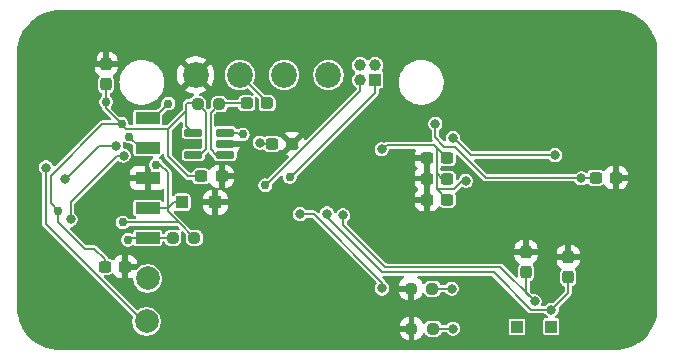
<source format=gbl>
G04 #@! TF.GenerationSoftware,KiCad,Pcbnew,9.0.6*
G04 #@! TF.CreationDate,2026-01-16T18:23:39-05:00*
G04 #@! TF.ProjectId,gps_2,6770735f-322e-46b6-9963-61645f706362,AA*
G04 #@! TF.SameCoordinates,Original*
G04 #@! TF.FileFunction,Copper,L2,Bot*
G04 #@! TF.FilePolarity,Positive*
%FSLAX46Y46*%
G04 Gerber Fmt 4.6, Leading zero omitted, Abs format (unit mm)*
G04 Created by KiCad (PCBNEW 9.0.6) date 2026-01-16 18:23:39*
%MOMM*%
%LPD*%
G01*
G04 APERTURE LIST*
G04 Aperture macros list*
%AMRoundRect*
0 Rectangle with rounded corners*
0 $1 Rounding radius*
0 $2 $3 $4 $5 $6 $7 $8 $9 X,Y pos of 4 corners*
0 Add a 4 corners polygon primitive as box body*
4,1,4,$2,$3,$4,$5,$6,$7,$8,$9,$2,$3,0*
0 Add four circle primitives for the rounded corners*
1,1,$1+$1,$2,$3*
1,1,$1+$1,$4,$5*
1,1,$1+$1,$6,$7*
1,1,$1+$1,$8,$9*
0 Add four rect primitives between the rounded corners*
20,1,$1+$1,$2,$3,$4,$5,0*
20,1,$1+$1,$4,$5,$6,$7,0*
20,1,$1+$1,$6,$7,$8,$9,0*
20,1,$1+$1,$8,$9,$2,$3,0*%
G04 Aperture macros list end*
G04 #@! TA.AperFunction,ComponentPad*
%ADD10C,2.000000*%
G04 #@! TD*
G04 #@! TA.AperFunction,ComponentPad*
%ADD11C,6.400000*%
G04 #@! TD*
G04 #@! TA.AperFunction,ComponentPad*
%ADD12R,1.000000X1.000000*%
G04 #@! TD*
G04 #@! TA.AperFunction,SMDPad,CuDef*
%ADD13R,1.000000X4.560000*%
G04 #@! TD*
G04 #@! TA.AperFunction,ComponentPad*
%ADD14C,1.000000*%
G04 #@! TD*
G04 #@! TA.AperFunction,ComponentPad*
%ADD15C,2.175000*%
G04 #@! TD*
G04 #@! TA.AperFunction,SMDPad,CuDef*
%ADD16RoundRect,0.237500X0.300000X0.237500X-0.300000X0.237500X-0.300000X-0.237500X0.300000X-0.237500X0*%
G04 #@! TD*
G04 #@! TA.AperFunction,SMDPad,CuDef*
%ADD17RoundRect,0.237500X0.287500X0.237500X-0.287500X0.237500X-0.287500X-0.237500X0.287500X-0.237500X0*%
G04 #@! TD*
G04 #@! TA.AperFunction,SMDPad,CuDef*
%ADD18R,2.000000X1.000000*%
G04 #@! TD*
G04 #@! TA.AperFunction,SMDPad,CuDef*
%ADD19RoundRect,0.237500X0.237500X-0.300000X0.237500X0.300000X-0.237500X0.300000X-0.237500X-0.300000X0*%
G04 #@! TD*
G04 #@! TA.AperFunction,SMDPad,CuDef*
%ADD20RoundRect,0.250000X-0.300000X-0.300000X0.300000X-0.300000X0.300000X0.300000X-0.300000X0.300000X0*%
G04 #@! TD*
G04 #@! TA.AperFunction,SMDPad,CuDef*
%ADD21RoundRect,0.237500X0.250000X0.237500X-0.250000X0.237500X-0.250000X-0.237500X0.250000X-0.237500X0*%
G04 #@! TD*
G04 #@! TA.AperFunction,SMDPad,CuDef*
%ADD22RoundRect,0.237500X-0.237500X0.300000X-0.237500X-0.300000X0.237500X-0.300000X0.237500X0.300000X0*%
G04 #@! TD*
G04 #@! TA.AperFunction,SMDPad,CuDef*
%ADD23RoundRect,0.162500X0.617500X0.162500X-0.617500X0.162500X-0.617500X-0.162500X0.617500X-0.162500X0*%
G04 #@! TD*
G04 #@! TA.AperFunction,SMDPad,CuDef*
%ADD24RoundRect,0.237500X-0.300000X-0.237500X0.300000X-0.237500X0.300000X0.237500X-0.300000X0.237500X0*%
G04 #@! TD*
G04 #@! TA.AperFunction,SMDPad,CuDef*
%ADD25RoundRect,0.237500X-0.250000X-0.237500X0.250000X-0.237500X0.250000X0.237500X-0.250000X0.237500X0*%
G04 #@! TD*
G04 #@! TA.AperFunction,ViaPad*
%ADD26C,0.800000*%
G04 #@! TD*
G04 #@! TA.AperFunction,ViaPad*
%ADD27C,0.762000*%
G04 #@! TD*
G04 #@! TA.AperFunction,ViaPad*
%ADD28C,0.500000*%
G04 #@! TD*
G04 #@! TA.AperFunction,Conductor*
%ADD29C,0.203200*%
G04 #@! TD*
G04 APERTURE END LIST*
D10*
G04 #@! TO.P,TP3,1,1*
G04 #@! TO.N,/CAN_TX*
X141160000Y-126390000D03*
G04 #@! TD*
D11*
G04 #@! TO.P,H2,1,1*
G04 #@! TO.N,GND*
X180808877Y-103632000D03*
G04 #@! TD*
D12*
G04 #@! TO.P,TP2,1,1*
G04 #@! TO.N,/PIC_RX_GPS_TX*
X172520000Y-126850000D03*
G04 #@! TD*
D11*
G04 #@! TO.P,H1,1,1*
G04 #@! TO.N,GND*
X133818877Y-103632000D03*
G04 #@! TD*
D12*
G04 #@! TO.P,TP1,1,1*
G04 #@! TO.N,/PIC_TX_GPS_RX*
X175420000Y-126820000D03*
G04 #@! TD*
D13*
G04 #@! TO.P,J3,SH3*
G04 #@! TO.N,GND*
X175947200Y-102362000D03*
G04 #@! TO.P,J3,SH4*
X170407200Y-102362000D03*
G04 #@! TD*
D12*
G04 #@! TO.P,J2,1,CANH*
G04 #@! TO.N,/CANH*
X160510000Y-105940000D03*
D14*
G04 #@! TO.P,J2,2,CANL*
G04 #@! TO.N,/CANL*
X159260000Y-105940000D03*
G04 #@! TO.P,J2,3,NC*
G04 #@! TO.N,unconnected-(J2-NC-Pad3)*
X160510000Y-104690000D03*
G04 #@! TO.P,J2,4,NC*
G04 #@! TO.N,unconnected-(J2-NC-Pad4)*
X159260000Y-104690000D03*
D15*
G04 #@! TO.P,J2,A,+CHG*
G04 #@! TO.N,unconnected-(J2-+CHG-PadA)*
X156560000Y-105520000D03*
G04 #@! TO.P,J2,B,+12V*
G04 #@! TO.N,unconnected-(J2-+12V-PadB)*
X152810000Y-105520000D03*
G04 #@! TO.P,J2,C,+5V*
G04 #@! TO.N,Net-(J2-+5V)*
X149060000Y-105520000D03*
G04 #@! TO.P,J2,D,GND*
G04 #@! TO.N,GND*
X145310000Y-105520000D03*
G04 #@! TD*
D11*
G04 #@! TO.P,H4,1,1*
G04 #@! TO.N,GND*
X133818877Y-125222000D03*
G04 #@! TD*
G04 #@! TO.P,H3,1,1*
G04 #@! TO.N,GND*
X180808877Y-125222000D03*
G04 #@! TD*
D10*
G04 #@! TO.P,TP4,1,1*
G04 #@! TO.N,/CAN_RX*
X141250000Y-122750000D03*
G04 #@! TD*
D16*
G04 #@! TO.P,C8,1*
G04 #@! TO.N,+3V3*
X166612500Y-112590000D03*
G04 #@! TO.P,C8,2*
G04 #@! TO.N,GND*
X164887500Y-112590000D03*
G04 #@! TD*
G04 #@! TO.P,C13,1*
G04 #@! TO.N,GND*
X180895000Y-114230000D03*
G04 #@! TO.P,C13,2*
G04 #@! TO.N,/~{HWR}*
X179170000Y-114230000D03*
G04 #@! TD*
D17*
G04 #@! TO.P,F1,1*
G04 #@! TO.N,Net-(J2-+5V)*
X151375000Y-107925000D03*
G04 #@! TO.P,F1,2*
G04 #@! TO.N,Net-(U5-IN+)*
X149625000Y-107925000D03*
G04 #@! TD*
D18*
G04 #@! TO.P,J1,1,Pin_1*
G04 #@! TO.N,/ICSPCLK*
X141250000Y-109150000D03*
G04 #@! TO.P,J1,2,Pin_2*
G04 #@! TO.N,/ICSPDAT*
X141250000Y-111690000D03*
G04 #@! TO.P,J1,3,Pin_3*
G04 #@! TO.N,GND*
X141250000Y-114230000D03*
G04 #@! TO.P,J1,4,Pin_4*
G04 #@! TO.N,+3V3*
X141250000Y-116770000D03*
G04 #@! TO.P,J1,5,Pin_5*
G04 #@! TO.N,/~{MCLR}*
X141250000Y-119310000D03*
G04 #@! TD*
D19*
G04 #@! TO.P,C4,1*
G04 #@! TO.N,+5V*
X137725000Y-106325000D03*
G04 #@! TO.P,C4,2*
G04 #@! TO.N,GND*
X137725000Y-104600000D03*
G04 #@! TD*
D20*
G04 #@! TO.P,D4,1,K*
G04 #@! TO.N,+3V3*
X144175000Y-116300000D03*
G04 #@! TO.P,D4,2,A*
G04 #@! TO.N,GND*
X146975000Y-116300000D03*
G04 #@! TD*
D21*
G04 #@! TO.P,R4,1*
G04 #@! TO.N,+3V3*
X145212500Y-119325000D03*
G04 #@! TO.P,R4,2*
G04 #@! TO.N,/~{MCLR}*
X143387500Y-119325000D03*
G04 #@! TD*
D22*
G04 #@! TO.P,C10,1*
G04 #@! TO.N,GND*
X176850000Y-120937500D03*
G04 #@! TO.P,C10,2*
G04 #@! TO.N,/PIC_TX_GPS_RX*
X176850000Y-122662500D03*
G04 #@! TD*
D21*
G04 #@! TO.P,R7,1*
G04 #@! TO.N,Net-(D2-K)*
X165412500Y-127000000D03*
G04 #@! TO.P,R7,2*
G04 #@! TO.N,GND*
X163587500Y-127000000D03*
G04 #@! TD*
D23*
G04 #@! TO.P,U5,1,VO*
G04 #@! TO.N,/CURR_SENSE*
X147800000Y-110400000D03*
G04 #@! TO.P,U5,2,GND*
G04 #@! TO.N,GND*
X147800000Y-111350000D03*
G04 #@! TO.P,U5,3,IN+*
G04 #@! TO.N,Net-(U5-IN+)*
X147800000Y-112300000D03*
G04 #@! TO.P,U5,4,IN-*
G04 #@! TO.N,+5V*
X145100000Y-112300000D03*
G04 #@! TO.P,U5,5,VS*
X145100000Y-110400000D03*
G04 #@! TD*
D24*
G04 #@! TO.P,C3,1*
G04 #@! TO.N,+5V*
X137617200Y-121767600D03*
G04 #@! TO.P,C3,2*
G04 #@! TO.N,GND*
X139342200Y-121767600D03*
G04 #@! TD*
D16*
G04 #@! TO.P,C7,1*
G04 #@! TO.N,+3V3*
X166612500Y-116090000D03*
G04 #@! TO.P,C7,2*
G04 #@! TO.N,GND*
X164887500Y-116090000D03*
G04 #@! TD*
G04 #@! TO.P,C1,1*
G04 #@! TO.N,+3V3*
X166612500Y-114290000D03*
G04 #@! TO.P,C1,2*
G04 #@! TO.N,GND*
X164887500Y-114290000D03*
G04 #@! TD*
D22*
G04 #@! TO.P,C9,1*
G04 #@! TO.N,GND*
X173285000Y-120517500D03*
G04 #@! TO.P,C9,2*
G04 #@! TO.N,/PIC_RX_GPS_TX*
X173285000Y-122242500D03*
G04 #@! TD*
D24*
G04 #@! TO.P,C6,1*
G04 #@! TO.N,+5V*
X145787500Y-114100000D03*
G04 #@! TO.P,C6,2*
G04 #@! TO.N,GND*
X147512500Y-114100000D03*
G04 #@! TD*
D16*
G04 #@! TO.P,C2,1*
G04 #@! TO.N,GND*
X153492200Y-111353600D03*
G04 #@! TO.P,C2,2*
G04 #@! TO.N,+3V3*
X151767200Y-111353600D03*
G04 #@! TD*
D25*
G04 #@! TO.P,R9,1*
G04 #@! TO.N,+5V*
X145477500Y-107990000D03*
G04 #@! TO.P,R9,2*
G04 #@! TO.N,Net-(U5-IN+)*
X147302500Y-107990000D03*
G04 #@! TD*
D21*
G04 #@! TO.P,R8,1*
G04 #@! TO.N,Net-(D3-K)*
X165352500Y-123620000D03*
G04 #@! TO.P,R8,2*
G04 #@! TO.N,GND*
X163527500Y-123620000D03*
G04 #@! TD*
D26*
G04 #@! TO.N,+3V3*
X150749000Y-111252000D03*
D27*
X139150000Y-118006250D03*
D26*
X168190000Y-114490000D03*
D27*
X141970000Y-113112500D03*
D26*
X161060000Y-111810000D03*
D27*
G04 #@! TO.N,GND*
X171657069Y-115901876D03*
X161823779Y-115285423D03*
X138637711Y-125951070D03*
X169326030Y-123048488D03*
X154000000Y-127000000D03*
X164200000Y-119900000D03*
X155200000Y-121400000D03*
X141087037Y-102733027D03*
D28*
X172160000Y-101671000D03*
D27*
X168803235Y-105493465D03*
X166878740Y-107983143D03*
D28*
X174250000Y-107974000D03*
D27*
X157600000Y-122200000D03*
X166492776Y-105076118D03*
X153845946Y-102847619D03*
X164139862Y-118045025D03*
X157600000Y-124600000D03*
X146000000Y-124600000D03*
X181804772Y-108189355D03*
X159268569Y-115784654D03*
X154400000Y-121400000D03*
D28*
X172160000Y-105170000D03*
X172160000Y-105870000D03*
D27*
X178859989Y-115883026D03*
X162200000Y-125140000D03*
D28*
X174250000Y-101676000D03*
D27*
X146000000Y-123000000D03*
X182048300Y-120805213D03*
X156540200Y-114757200D03*
D28*
X174244000Y-100965000D03*
D27*
X138201400Y-101092000D03*
X146000000Y-125400000D03*
D28*
X172160000Y-102370000D03*
X172160000Y-103771000D03*
D27*
X157600000Y-121400000D03*
X146000000Y-122200000D03*
X143868943Y-102865561D03*
X156600000Y-127000000D03*
X144079780Y-120644897D03*
D28*
X174250000Y-108674000D03*
D27*
X157886400Y-111607600D03*
X146000000Y-123800000D03*
D28*
X174250000Y-103776000D03*
D27*
X146000000Y-127000000D03*
X151600000Y-127000000D03*
X166816316Y-102620668D03*
D28*
X172160000Y-109340000D03*
D27*
X146508596Y-102867079D03*
D28*
X172160000Y-104471000D03*
D27*
X179211090Y-108124788D03*
X156800000Y-121400000D03*
X174407445Y-115762881D03*
D26*
X151250000Y-117250000D03*
D28*
X174250000Y-107274000D03*
X174250000Y-105875000D03*
D27*
X146800000Y-127000000D03*
D28*
X174250000Y-106575000D03*
D27*
X154800000Y-127000000D03*
X176937358Y-108079074D03*
X150000000Y-121400000D03*
X151589534Y-102824285D03*
X148400000Y-127000000D03*
X171306416Y-113214559D03*
X146800000Y-121400000D03*
X158680646Y-103271420D03*
X146000000Y-126200000D03*
X182178323Y-112866706D03*
D28*
X172154000Y-100960000D03*
D27*
X157600000Y-127000000D03*
X150800000Y-127000000D03*
X161206833Y-107931766D03*
X179100251Y-117776266D03*
X157600000Y-125400000D03*
X135534400Y-116814600D03*
X179489600Y-120751872D03*
X147600000Y-127000000D03*
X168780000Y-101940000D03*
X166580079Y-118146206D03*
X149200000Y-121400000D03*
X149200000Y-127000000D03*
X153909479Y-115660610D03*
X144983200Y-111353600D03*
X157600000Y-126200000D03*
X181455536Y-118002669D03*
X157600000Y-123800000D03*
D28*
X172165000Y-107265000D03*
X174250000Y-103075000D03*
D27*
X130927500Y-113370000D03*
X168849575Y-107942933D03*
X146000000Y-121400000D03*
X153200000Y-127000000D03*
D28*
X174250000Y-104476000D03*
D27*
X134721600Y-109524800D03*
X181566165Y-110724471D03*
X148400000Y-121400000D03*
X161477968Y-103201186D03*
D28*
X172160000Y-106570000D03*
D27*
X143652619Y-126072745D03*
D28*
X174250000Y-105175000D03*
X172165000Y-107965000D03*
D27*
X147600000Y-121400000D03*
D28*
X172165000Y-108665000D03*
D27*
X174131626Y-113323763D03*
X156000000Y-121400000D03*
X179376280Y-110166054D03*
X157600000Y-123000000D03*
X141480961Y-120789117D03*
X164082234Y-103289987D03*
X133725377Y-120753000D03*
D28*
X174245000Y-109349000D03*
X174250000Y-102375000D03*
D27*
X169221051Y-125731692D03*
X148860365Y-103151316D03*
D28*
X172160000Y-103070000D03*
D27*
X143706466Y-123591444D03*
X152400000Y-127000000D03*
X156163409Y-103000684D03*
X150000000Y-127000000D03*
X155600000Y-127000000D03*
X182151576Y-115984581D03*
G04 #@! TO.N,+5V*
X133690000Y-117010000D03*
X137725000Y-107810000D03*
X139040000Y-109660000D03*
D26*
G04 #@! TO.N,/PIC_RX_GPS_TX*
X157800000Y-117400000D03*
X174025000Y-124700000D03*
G04 #@! TO.N,/PIC_TX_GPS_RX*
X156430000Y-117260000D03*
X175440000Y-125402600D03*
G04 #@! TO.N,/~{HWR}*
X177980000Y-114270000D03*
X165600000Y-109660000D03*
G04 #@! TO.N,Net-(D2-K)*
X167100000Y-127000000D03*
G04 #@! TO.N,Net-(D3-K)*
X167000000Y-123620000D03*
D27*
G04 #@! TO.N,/ICSPDAT*
X139698755Y-110742975D03*
G04 #@! TO.N,/~{MCLR}*
X139600000Y-119470000D03*
G04 #@! TO.N,/ICSPCLK*
X143000000Y-107950000D03*
D26*
G04 #@! TO.N,/PPS*
X167100000Y-110850000D03*
X175750000Y-112300000D03*
D27*
G04 #@! TO.N,/CURR_SENSE*
X149303590Y-110557137D03*
D26*
G04 #@! TO.N,/CAN_RX*
X139210000Y-112350000D03*
X134730000Y-117760000D03*
G04 #@! TO.N,/CAN_TX*
X138571625Y-111564864D03*
X134260000Y-114370000D03*
X132645000Y-113365000D03*
D27*
G04 #@! TO.N,/CANH*
X153290000Y-114170000D03*
G04 #@! TO.N,/CANL*
X151200000Y-114860800D03*
D26*
G04 #@! TO.N,/BLUE_LED*
X154150000Y-117300000D03*
X161100000Y-123600000D03*
G04 #@! TD*
D29*
G04 #@! TO.N,+3V3*
X165727600Y-114300000D02*
X165727600Y-115205100D01*
X142970000Y-113760000D02*
X142970000Y-116770000D01*
X142970000Y-117082500D02*
X143893750Y-118006250D01*
X139150000Y-118006250D02*
X143893750Y-118006250D01*
X165801250Y-111778750D02*
X166612500Y-112590000D01*
X142970000Y-116770000D02*
X143440000Y-116300000D01*
X161060000Y-111810000D02*
X161190000Y-111810000D01*
X165727600Y-113840000D02*
X165727600Y-114300000D01*
X167174900Y-115205100D02*
X165727600Y-115205100D01*
X141225000Y-116770000D02*
X142970000Y-116770000D01*
X142322500Y-113112500D02*
X142970000Y-113760000D01*
X143440000Y-116300000D02*
X144175000Y-116300000D01*
X161190000Y-111810000D02*
X161520000Y-111480000D01*
X165502500Y-111480000D02*
X165801250Y-111778750D01*
X141970000Y-113112500D02*
X142322500Y-113112500D01*
X165727600Y-115205100D02*
X166612500Y-116090000D01*
X143893750Y-118006250D02*
X145212500Y-119325000D01*
X167890000Y-114490000D02*
X167174900Y-115205100D01*
X150850600Y-111353600D02*
X150749000Y-111252000D01*
X166177600Y-114290000D02*
X165727600Y-113840000D01*
X166612500Y-114290000D02*
X166177600Y-114290000D01*
X142970000Y-116770000D02*
X142970000Y-117082500D01*
X165801250Y-111778750D02*
X165727600Y-111852400D01*
X165727600Y-111852400D02*
X165727600Y-114300000D01*
X151767200Y-111353600D02*
X150850600Y-111353600D01*
X168190000Y-114490000D02*
X167890000Y-114490000D01*
X161520000Y-111480000D02*
X165502500Y-111480000D01*
G04 #@! TO.N,+5V*
X137418718Y-109660000D02*
X139040000Y-109660000D01*
X145662400Y-112300000D02*
X146172600Y-111789800D01*
X133690000Y-117010000D02*
X133043200Y-116363200D01*
X144690000Y-114100000D02*
X145787500Y-114100000D01*
X145347500Y-107860000D02*
X144637500Y-107860000D01*
X137725000Y-106325000D02*
X137725000Y-107810000D01*
X137617200Y-121437400D02*
X137617200Y-121117200D01*
X144507500Y-108592500D02*
X144507500Y-109807500D01*
X144507500Y-108592500D02*
X142970000Y-110130000D01*
X142970000Y-112380000D02*
X144690000Y-114100000D01*
X146172600Y-108685100D02*
X145347500Y-107860000D01*
X142899375Y-110059375D02*
X139439375Y-110059375D01*
X144507500Y-109807500D02*
X145100000Y-110400000D01*
X142970000Y-110130000D02*
X142970000Y-112380000D01*
X133690000Y-117981282D02*
X135958718Y-120250000D01*
X133043200Y-114035518D02*
X137418718Y-109660000D01*
X142970000Y-110130000D02*
X142899375Y-110059375D01*
X137617200Y-121117200D02*
X136750000Y-120250000D01*
X133690000Y-117010000D02*
X133690000Y-117981282D01*
X144637500Y-107860000D02*
X144507500Y-107990000D01*
X146172600Y-111789800D02*
X146172600Y-108685100D01*
X144507500Y-107990000D02*
X144507500Y-108592500D01*
X135958718Y-120250000D02*
X136750000Y-120250000D01*
X139439375Y-110059375D02*
X139040000Y-109660000D01*
X137725000Y-107810000D02*
X137725000Y-108345000D01*
X137725000Y-108345000D02*
X139040000Y-109660000D01*
X133043200Y-116363200D02*
X133043200Y-114035518D01*
X145100000Y-112300000D02*
X145662400Y-112300000D01*
G04 #@! TO.N,/PIC_RX_GPS_TX*
X157800000Y-118225000D02*
X157800000Y-117400000D01*
X173285000Y-123960000D02*
X174025000Y-124700000D01*
X171125000Y-121800000D02*
X161375000Y-121800000D01*
X173285000Y-122242500D02*
X173285000Y-123960000D01*
X174025000Y-124700000D02*
X171125000Y-121800000D01*
X161375000Y-121800000D02*
X157800000Y-118225000D01*
G04 #@! TO.N,/PIC_TX_GPS_RX*
X170550000Y-122218627D02*
X170550000Y-122204200D01*
X161064200Y-122204200D02*
X160120000Y-121260000D01*
X175440000Y-125402600D02*
X173733973Y-125402600D01*
X173733973Y-125402600D02*
X170550000Y-122218627D01*
X170550000Y-122204200D02*
X161064200Y-122204200D01*
X176850000Y-123992600D02*
X175440000Y-125402600D01*
X175572400Y-125402600D02*
X175440000Y-125402600D01*
X160120000Y-121260000D02*
X156430000Y-117570000D01*
X156430000Y-117570000D02*
X156430000Y-117260000D01*
X176850000Y-122662500D02*
X176850000Y-123992600D01*
G04 #@! TO.N,/~{HWR}*
X177980000Y-114270000D02*
X177934000Y-114224000D01*
X179170000Y-114230000D02*
X178020000Y-114230000D01*
X167258374Y-111580000D02*
X169902374Y-114224000D01*
X178020000Y-114230000D02*
X177980000Y-114270000D01*
X165600000Y-109660000D02*
X165600000Y-110810000D01*
X165600000Y-110810000D02*
X166370000Y-111580000D01*
X177934000Y-114224000D02*
X169902374Y-114224000D01*
X166370000Y-111580000D02*
X167258374Y-111580000D01*
G04 #@! TO.N,Net-(D2-K)*
X165412500Y-127000000D02*
X167100000Y-127000000D01*
G04 #@! TO.N,Net-(D3-K)*
X165352500Y-123620000D02*
X167000000Y-123620000D01*
G04 #@! TO.N,Net-(J2-+5V)*
X151375000Y-107835000D02*
X149060000Y-105520000D01*
G04 #@! TO.N,Net-(U5-IN+)*
X147800000Y-112300000D02*
X147072600Y-112300000D01*
X147302500Y-107990000D02*
X147302500Y-107892500D01*
X149625000Y-107925000D02*
X147367500Y-107925000D01*
X146580000Y-111807400D02*
X146580000Y-108712500D01*
X146580000Y-108712500D02*
X147302500Y-107990000D01*
X147302500Y-107892500D02*
X147270000Y-107860000D01*
X147072600Y-112300000D02*
X146580000Y-111807400D01*
X147367500Y-107925000D02*
X147302500Y-107990000D01*
G04 #@! TO.N,/ICSPDAT*
X139698975Y-110742975D02*
X140646000Y-111690000D01*
X140646000Y-111690000D02*
X141100000Y-111690000D01*
X139698755Y-110742975D02*
X139698975Y-110742975D01*
G04 #@! TO.N,/~{MCLR}*
X141225000Y-119310000D02*
X143372500Y-119310000D01*
X139600000Y-119470000D02*
X139760000Y-119310000D01*
X139760000Y-119310000D02*
X141225000Y-119310000D01*
G04 #@! TO.N,/ICSPCLK*
X141800000Y-109150000D02*
X141380000Y-109150000D01*
X143000000Y-107950000D02*
X141800000Y-109150000D01*
G04 #@! TO.N,/PPS*
X168620000Y-112300000D02*
X175750000Y-112300000D01*
X167100000Y-110850000D02*
X167170000Y-110850000D01*
X167170000Y-110850000D02*
X168620000Y-112300000D01*
G04 #@! TO.N,/CURR_SENSE*
X148820000Y-110400000D02*
X147800000Y-110400000D01*
X149303590Y-110557137D02*
X148977137Y-110557137D01*
X148977137Y-110557137D02*
X148820000Y-110400000D01*
G04 #@! TO.N,/CAN_RX*
X134730000Y-117760000D02*
X134730000Y-116303627D01*
X134730000Y-116303627D02*
X138683627Y-112350000D01*
X138683627Y-112350000D02*
X139210000Y-112350000D01*
G04 #@! TO.N,/CAN_TX*
X134321400Y-114370000D02*
X134260000Y-114370000D01*
X138571625Y-111564864D02*
X138563561Y-111556800D01*
X137134600Y-111556800D02*
X134321400Y-114370000D01*
X132639000Y-113371000D02*
X132645000Y-113365000D01*
X132639000Y-118159000D02*
X132639000Y-113371000D01*
X140870000Y-126390000D02*
X132639000Y-118159000D01*
X138563561Y-111556800D02*
X137134600Y-111556800D01*
X141160000Y-126390000D02*
X140870000Y-126390000D01*
G04 #@! TO.N,/CANH*
X160510000Y-107040000D02*
X153380000Y-114170000D01*
X153380000Y-114170000D02*
X153290000Y-114170000D01*
X160510000Y-105940000D02*
X160510000Y-107040000D01*
G04 #@! TO.N,/CANL*
X151200000Y-114860800D02*
X151289200Y-114860800D01*
X159260000Y-106890000D02*
X159260000Y-105940000D01*
X151289200Y-114860800D02*
X159260000Y-106890000D01*
G04 #@! TO.N,/BLUE_LED*
X154150000Y-117300000D02*
X155300000Y-117300000D01*
X155300000Y-117300000D02*
X161100000Y-123100000D01*
X161100000Y-123100000D02*
X161100000Y-123600000D01*
G04 #@! TD*
G04 #@! TA.AperFunction,Conductor*
G04 #@! TO.N,GND*
G36*
X180763553Y-100025632D02*
G01*
X180781979Y-100025538D01*
X180781980Y-100025539D01*
X180787219Y-100025512D01*
X180793271Y-100025629D01*
X181138923Y-100040876D01*
X181151052Y-100042011D01*
X181490475Y-100090737D01*
X181502424Y-100093058D01*
X181835404Y-100174924D01*
X181847082Y-100178413D01*
X182170388Y-100292624D01*
X182181671Y-100297246D01*
X182492183Y-100442699D01*
X182502947Y-100448403D01*
X182797654Y-100623688D01*
X182807810Y-100630426D01*
X182889570Y-100690676D01*
X183083840Y-100833835D01*
X183093300Y-100841553D01*
X183347977Y-101071109D01*
X183356632Y-101079719D01*
X183587509Y-101333215D01*
X183595275Y-101342635D01*
X183800099Y-101617601D01*
X183806898Y-101627733D01*
X183983695Y-101921518D01*
X183989467Y-101932275D01*
X184136511Y-102242005D01*
X184141198Y-102253279D01*
X184257073Y-102575978D01*
X184260628Y-102587657D01*
X184344206Y-102920179D01*
X184346596Y-102932152D01*
X184397069Y-103271285D01*
X184398270Y-103283435D01*
X184415278Y-103628506D01*
X184415428Y-103634510D01*
X184415428Y-103640283D01*
X184415432Y-103640289D01*
X184415448Y-103659330D01*
X184415438Y-103659363D01*
X184415448Y-103659430D01*
X184415377Y-125219986D01*
X184415228Y-125226071D01*
X184398359Y-125569423D01*
X184397166Y-125581533D01*
X184347022Y-125919576D01*
X184344648Y-125931510D01*
X184261610Y-126263019D01*
X184258077Y-126274665D01*
X184142946Y-126596432D01*
X184138289Y-126607674D01*
X183992176Y-126916601D01*
X183986440Y-126927333D01*
X183810747Y-127220457D01*
X183803986Y-127230575D01*
X183600405Y-127505070D01*
X183592686Y-127514477D01*
X183363178Y-127767699D01*
X183354573Y-127776303D01*
X183101360Y-128005801D01*
X183091953Y-128013521D01*
X182817463Y-128217094D01*
X182807346Y-128223854D01*
X182514219Y-128399547D01*
X182503487Y-128405284D01*
X182194551Y-128551399D01*
X182183308Y-128556056D01*
X181861535Y-128671186D01*
X181849890Y-128674718D01*
X181518390Y-128757752D01*
X181506455Y-128760126D01*
X181168411Y-128810269D01*
X181156301Y-128811462D01*
X180862822Y-128825878D01*
X180811462Y-128828401D01*
X180805383Y-128828550D01*
X133821907Y-128828550D01*
X133815823Y-128828401D01*
X133786606Y-128826965D01*
X133471454Y-128811480D01*
X133459345Y-128810287D01*
X133156545Y-128765369D01*
X133121300Y-128760141D01*
X133109370Y-128757768D01*
X132777857Y-128674726D01*
X132766217Y-128671195D01*
X132664164Y-128634679D01*
X132444452Y-128556064D01*
X132433210Y-128551407D01*
X132124275Y-128405290D01*
X132113548Y-128399557D01*
X131820416Y-128223858D01*
X131810299Y-128217098D01*
X131535812Y-128013523D01*
X131526420Y-128005816D01*
X131273181Y-127776293D01*
X131264584Y-127767695D01*
X131035086Y-127514481D01*
X131027366Y-127505075D01*
X130970373Y-127428229D01*
X130823781Y-127230571D01*
X130817023Y-127220456D01*
X130788024Y-127172074D01*
X130641331Y-126927329D01*
X130635600Y-126916608D01*
X130604492Y-126850836D01*
X130498151Y-126625994D01*
X130489480Y-126607660D01*
X130484829Y-126596432D01*
X130369693Y-126274649D01*
X130366166Y-126263019D01*
X130333130Y-126131131D01*
X130283126Y-125931504D01*
X130280754Y-125919577D01*
X130275346Y-125883122D01*
X130230609Y-125581530D01*
X130229417Y-125569422D01*
X130225105Y-125481655D01*
X130212474Y-125224553D01*
X130212326Y-125218495D01*
X130212326Y-125213717D01*
X130212326Y-119827050D01*
X130212326Y-113285943D01*
X132044500Y-113285943D01*
X132044500Y-113444057D01*
X132083204Y-113588500D01*
X132085423Y-113596783D01*
X132085426Y-113596790D01*
X132164475Y-113733709D01*
X132164479Y-113733714D01*
X132164480Y-113733716D01*
X132276284Y-113845520D01*
X132276286Y-113845521D01*
X132282735Y-113850470D01*
X132281684Y-113851838D01*
X132323113Y-113895283D01*
X132336900Y-113952108D01*
X132336900Y-118198775D01*
X132357485Y-118275605D01*
X132397261Y-118344496D01*
X139977653Y-125924887D01*
X140011138Y-125986210D01*
X140007903Y-126050885D01*
X139989061Y-126108873D01*
X139989060Y-126108880D01*
X139959500Y-126295513D01*
X139959500Y-126484486D01*
X139989059Y-126671118D01*
X140047454Y-126850836D01*
X140086432Y-126927333D01*
X140133240Y-127019199D01*
X140244310Y-127172073D01*
X140377927Y-127305690D01*
X140530801Y-127416760D01*
X140576122Y-127439852D01*
X140699163Y-127502545D01*
X140699165Y-127502545D01*
X140699168Y-127502547D01*
X140795497Y-127533846D01*
X140878881Y-127560940D01*
X141065514Y-127590500D01*
X141065519Y-127590500D01*
X141254486Y-127590500D01*
X141441118Y-127560940D01*
X141445325Y-127559573D01*
X141620832Y-127502547D01*
X141789199Y-127416760D01*
X141942073Y-127305690D01*
X141961109Y-127286654D01*
X162600001Y-127286654D01*
X162610319Y-127387652D01*
X162664546Y-127551300D01*
X162664551Y-127551311D01*
X162755052Y-127698034D01*
X162755055Y-127698038D01*
X162876961Y-127819944D01*
X162876965Y-127819947D01*
X163023688Y-127910448D01*
X163023699Y-127910453D01*
X163187347Y-127964680D01*
X163288351Y-127974999D01*
X163837500Y-127974999D01*
X163886640Y-127974999D01*
X163886654Y-127974998D01*
X163987652Y-127964680D01*
X164151300Y-127910453D01*
X164151311Y-127910448D01*
X164298034Y-127819947D01*
X164298038Y-127819944D01*
X164419944Y-127698038D01*
X164419947Y-127698034D01*
X164510448Y-127551311D01*
X164510454Y-127551298D01*
X164541106Y-127458794D01*
X164580877Y-127401349D01*
X164645393Y-127374525D01*
X164714169Y-127386839D01*
X164765369Y-127434382D01*
X164768441Y-127439852D01*
X164770882Y-127444470D01*
X164770884Y-127444475D01*
X164770885Y-127444476D01*
X164770887Y-127444479D01*
X164849288Y-127550710D01*
X164849289Y-127550711D01*
X164955523Y-127629115D01*
X164955524Y-127629115D01*
X164955525Y-127629116D01*
X165080151Y-127672725D01*
X165080150Y-127672725D01*
X165109740Y-127675500D01*
X165109744Y-127675500D01*
X165715260Y-127675500D01*
X165744849Y-127672725D01*
X165869475Y-127629116D01*
X165975711Y-127550711D01*
X166054116Y-127444475D01*
X166070298Y-127398229D01*
X166074877Y-127385145D01*
X166115599Y-127328369D01*
X166180552Y-127302622D01*
X166191918Y-127302100D01*
X166509428Y-127302100D01*
X166576467Y-127321785D01*
X166616816Y-127364102D01*
X166619480Y-127368716D01*
X166731284Y-127480520D01*
X166731286Y-127480521D01*
X166731290Y-127480524D01*
X166852492Y-127550499D01*
X166868216Y-127559577D01*
X167020943Y-127600500D01*
X167020945Y-127600500D01*
X167179055Y-127600500D01*
X167179057Y-127600500D01*
X167331784Y-127559577D01*
X167468716Y-127480520D01*
X167580520Y-127368716D01*
X167659577Y-127231784D01*
X167700500Y-127079057D01*
X167700500Y-126920943D01*
X167659577Y-126768216D01*
X167627898Y-126713345D01*
X167580524Y-126631290D01*
X167580518Y-126631282D01*
X167468717Y-126519481D01*
X167468709Y-126519475D01*
X167331788Y-126440424D01*
X167331785Y-126440423D01*
X167255420Y-126419961D01*
X167179057Y-126399500D01*
X167020943Y-126399500D01*
X166868216Y-126440423D01*
X166868209Y-126440426D01*
X166731290Y-126519475D01*
X166731282Y-126519481D01*
X166619479Y-126631284D01*
X166616817Y-126635897D01*
X166566251Y-126684114D01*
X166509428Y-126697900D01*
X166191918Y-126697900D01*
X166124879Y-126678215D01*
X166079124Y-126625411D01*
X166074877Y-126614855D01*
X166055734Y-126560150D01*
X166054116Y-126555525D01*
X166047901Y-126547104D01*
X165975711Y-126449289D01*
X165975710Y-126449288D01*
X165869476Y-126370884D01*
X165753344Y-126330247D01*
X171819500Y-126330247D01*
X171819500Y-127369752D01*
X171831131Y-127428229D01*
X171831132Y-127428230D01*
X171875447Y-127494552D01*
X171941769Y-127538867D01*
X171941770Y-127538868D01*
X172000247Y-127550499D01*
X172000250Y-127550500D01*
X172000252Y-127550500D01*
X173039750Y-127550500D01*
X173039751Y-127550499D01*
X173054568Y-127547552D01*
X173098229Y-127538868D01*
X173098229Y-127538867D01*
X173098231Y-127538867D01*
X173164552Y-127494552D01*
X173208867Y-127428231D01*
X173208867Y-127428229D01*
X173208868Y-127428229D01*
X173220499Y-127369752D01*
X173220500Y-127369750D01*
X173220500Y-126330249D01*
X173220499Y-126330247D01*
X173208868Y-126271770D01*
X173208867Y-126271769D01*
X173164552Y-126205447D01*
X173098230Y-126161132D01*
X173098229Y-126161131D01*
X173039752Y-126149500D01*
X173039748Y-126149500D01*
X172000252Y-126149500D01*
X172000247Y-126149500D01*
X171941770Y-126161131D01*
X171941769Y-126161132D01*
X171875447Y-126205447D01*
X171831132Y-126271769D01*
X171831131Y-126271770D01*
X171819500Y-126330247D01*
X165753344Y-126330247D01*
X165744848Y-126327274D01*
X165744849Y-126327274D01*
X165715260Y-126324500D01*
X165715256Y-126324500D01*
X165109744Y-126324500D01*
X165109740Y-126324500D01*
X165080150Y-126327274D01*
X164955523Y-126370884D01*
X164849289Y-126449288D01*
X164849288Y-126449289D01*
X164770884Y-126555523D01*
X164768439Y-126560150D01*
X164719707Y-126610220D01*
X164651641Y-126625994D01*
X164585852Y-126602466D01*
X164543227Y-126547104D01*
X164541106Y-126541205D01*
X164510454Y-126448701D01*
X164510448Y-126448688D01*
X164419947Y-126301965D01*
X164419944Y-126301961D01*
X164298038Y-126180055D01*
X164298034Y-126180052D01*
X164151311Y-126089551D01*
X164151300Y-126089546D01*
X163987652Y-126035319D01*
X163886654Y-126025000D01*
X163837500Y-126025000D01*
X163837500Y-127974999D01*
X163288351Y-127974999D01*
X163337499Y-127974998D01*
X163337500Y-127974998D01*
X163337500Y-127250000D01*
X162600001Y-127250000D01*
X162600001Y-127286654D01*
X141961109Y-127286654D01*
X142075690Y-127172073D01*
X142186760Y-127019199D01*
X142272547Y-126850832D01*
X142317220Y-126713345D01*
X162600000Y-126713345D01*
X162600000Y-126750000D01*
X163337500Y-126750000D01*
X163337500Y-126025000D01*
X163337499Y-126024999D01*
X163288361Y-126025000D01*
X163288343Y-126025001D01*
X163187347Y-126035319D01*
X163023699Y-126089546D01*
X163023688Y-126089551D01*
X162876965Y-126180052D01*
X162876961Y-126180055D01*
X162755055Y-126301961D01*
X162755052Y-126301965D01*
X162664551Y-126448688D01*
X162664546Y-126448699D01*
X162610319Y-126612347D01*
X162600000Y-126713345D01*
X142317220Y-126713345D01*
X142322238Y-126697900D01*
X142330694Y-126671877D01*
X142330694Y-126671876D01*
X142330938Y-126671124D01*
X142330937Y-126671124D01*
X142330940Y-126671118D01*
X142354958Y-126519475D01*
X142360500Y-126484486D01*
X142360500Y-126295513D01*
X142330940Y-126108881D01*
X142275637Y-125938678D01*
X142272547Y-125929168D01*
X142272545Y-125929165D01*
X142272545Y-125929163D01*
X142192118Y-125771317D01*
X142186760Y-125760801D01*
X142075690Y-125607927D01*
X141942073Y-125474310D01*
X141789199Y-125363240D01*
X141789197Y-125363239D01*
X141620836Y-125277454D01*
X141441118Y-125219059D01*
X141254486Y-125189500D01*
X141254481Y-125189500D01*
X141065519Y-125189500D01*
X141065514Y-125189500D01*
X140878881Y-125219059D01*
X140699163Y-125277454D01*
X140530802Y-125363239D01*
X140530800Y-125363240D01*
X140465699Y-125410538D01*
X140399892Y-125434017D01*
X140331838Y-125418191D01*
X140305134Y-125397900D01*
X137562015Y-122654781D01*
X137528530Y-122593458D01*
X137533514Y-122523766D01*
X137575386Y-122467833D01*
X137640850Y-122443416D01*
X137649696Y-122443100D01*
X137969960Y-122443100D01*
X137999549Y-122440325D01*
X138124175Y-122396716D01*
X138217140Y-122328105D01*
X138282767Y-122304135D01*
X138350938Y-122319450D01*
X138396310Y-122362779D01*
X138459752Y-122465634D01*
X138459755Y-122465638D01*
X138581661Y-122587544D01*
X138581665Y-122587547D01*
X138728388Y-122678048D01*
X138728399Y-122678053D01*
X138892047Y-122732280D01*
X138993051Y-122742599D01*
X139092200Y-122742598D01*
X139092200Y-122017600D01*
X139592200Y-122017600D01*
X139592200Y-122742599D01*
X139691340Y-122742599D01*
X139691354Y-122742598D01*
X139792350Y-122732281D01*
X139886495Y-122701084D01*
X139956324Y-122698682D01*
X140016366Y-122734413D01*
X140047559Y-122796934D01*
X140049500Y-122818790D01*
X140049500Y-122844486D01*
X140079059Y-123031118D01*
X140137454Y-123210836D01*
X140217640Y-123368209D01*
X140223240Y-123379199D01*
X140334310Y-123532073D01*
X140467927Y-123665690D01*
X140620801Y-123776760D01*
X140685768Y-123809862D01*
X140789163Y-123862545D01*
X140789165Y-123862545D01*
X140789168Y-123862547D01*
X140885497Y-123893846D01*
X140968881Y-123920940D01*
X141155514Y-123950500D01*
X141155519Y-123950500D01*
X141344486Y-123950500D01*
X141531118Y-123920940D01*
X141710832Y-123862547D01*
X141879199Y-123776760D01*
X142032073Y-123665690D01*
X142165690Y-123532073D01*
X142276760Y-123379199D01*
X142362547Y-123210832D01*
X142420940Y-123031118D01*
X142425096Y-123004879D01*
X142450500Y-122844486D01*
X142450500Y-122655513D01*
X142420940Y-122468881D01*
X142372016Y-122318311D01*
X142362547Y-122289168D01*
X142362545Y-122289165D01*
X142362545Y-122289163D01*
X142317290Y-122200347D01*
X142276760Y-122120801D01*
X142165690Y-121967927D01*
X142032073Y-121834310D01*
X141879199Y-121723240D01*
X141710836Y-121637454D01*
X141531118Y-121579059D01*
X141344486Y-121549500D01*
X141344481Y-121549500D01*
X141155519Y-121549500D01*
X141155514Y-121549500D01*
X140968881Y-121579059D01*
X140789163Y-121637454D01*
X140620800Y-121723240D01*
X140598224Y-121739643D01*
X140467927Y-121834310D01*
X140467925Y-121834312D01*
X140467924Y-121834312D01*
X140334312Y-121967924D01*
X140331146Y-121971632D01*
X140329975Y-121970632D01*
X140280039Y-122009147D01*
X140235040Y-122017600D01*
X139592200Y-122017600D01*
X139092200Y-122017600D01*
X139092200Y-121517600D01*
X139592200Y-121517600D01*
X140379699Y-121517600D01*
X140379699Y-121480960D01*
X140379698Y-121480945D01*
X140369380Y-121379947D01*
X140315153Y-121216299D01*
X140315148Y-121216288D01*
X140224647Y-121069565D01*
X140224644Y-121069561D01*
X140102738Y-120947655D01*
X140102734Y-120947652D01*
X139956011Y-120857151D01*
X139956000Y-120857146D01*
X139792352Y-120802919D01*
X139691354Y-120792600D01*
X139592200Y-120792600D01*
X139592200Y-121517600D01*
X139092200Y-121517600D01*
X139092200Y-120792599D01*
X138993060Y-120792600D01*
X138993044Y-120792601D01*
X138892047Y-120802919D01*
X138728399Y-120857146D01*
X138728388Y-120857151D01*
X138581665Y-120947652D01*
X138581661Y-120947655D01*
X138459754Y-121069562D01*
X138396310Y-121172421D01*
X138344362Y-121219145D01*
X138275399Y-121230366D01*
X138217139Y-121207094D01*
X138124174Y-121138483D01*
X137999548Y-121094874D01*
X137993050Y-121093455D01*
X137931755Y-121059919D01*
X137901860Y-121008087D01*
X137901824Y-121008102D01*
X137901709Y-121007826D01*
X137899733Y-121004399D01*
X137898713Y-121000593D01*
X137868148Y-120947655D01*
X137858940Y-120931706D01*
X137858939Y-120931705D01*
X137858938Y-120931703D01*
X136935496Y-120008261D01*
X136866605Y-119968485D01*
X136789775Y-119947900D01*
X136789772Y-119947900D01*
X136135214Y-119947900D01*
X136068175Y-119928215D01*
X136047533Y-119911581D01*
X134708133Y-118572181D01*
X134674648Y-118510858D01*
X134679632Y-118441166D01*
X134721504Y-118385233D01*
X134786968Y-118360816D01*
X134795814Y-118360500D01*
X134809055Y-118360500D01*
X134809057Y-118360500D01*
X134961784Y-118319577D01*
X135098716Y-118240520D01*
X135210520Y-118128716D01*
X135289577Y-117991784D01*
X135330500Y-117839057D01*
X135330500Y-117680943D01*
X135289577Y-117528216D01*
X135261886Y-117480253D01*
X135210524Y-117391290D01*
X135210518Y-117391282D01*
X135098718Y-117279482D01*
X135098716Y-117279480D01*
X135098713Y-117279478D01*
X135098709Y-117279475D01*
X135094093Y-117276810D01*
X135045881Y-117226240D01*
X135032100Y-117169427D01*
X135032100Y-116480122D01*
X135051785Y-116413083D01*
X135068414Y-116392446D01*
X136683015Y-114777844D01*
X139750000Y-114777844D01*
X139756401Y-114837372D01*
X139756403Y-114837379D01*
X139806645Y-114972086D01*
X139806649Y-114972093D01*
X139892809Y-115087187D01*
X139892812Y-115087190D01*
X140007906Y-115173350D01*
X140007913Y-115173354D01*
X140142620Y-115223596D01*
X140142627Y-115223598D01*
X140202155Y-115229999D01*
X140202172Y-115230000D01*
X141000000Y-115230000D01*
X141000000Y-114480000D01*
X139750000Y-114480000D01*
X139750000Y-114777844D01*
X136683015Y-114777844D01*
X137778704Y-113682155D01*
X139750000Y-113682155D01*
X139750000Y-113980000D01*
X141000000Y-113980000D01*
X141000000Y-113230000D01*
X140202155Y-113230000D01*
X140142627Y-113236401D01*
X140142620Y-113236403D01*
X140007913Y-113286645D01*
X140007906Y-113286649D01*
X139892812Y-113372809D01*
X139892809Y-113372812D01*
X139806649Y-113487906D01*
X139806645Y-113487913D01*
X139756403Y-113622620D01*
X139756401Y-113622627D01*
X139750000Y-113682155D01*
X137778704Y-113682155D01*
X138648131Y-112812728D01*
X138709454Y-112779244D01*
X138779146Y-112784228D01*
X138823493Y-112812729D01*
X138841284Y-112830520D01*
X138841286Y-112830521D01*
X138841290Y-112830524D01*
X138934746Y-112884480D01*
X138978216Y-112909577D01*
X139130943Y-112950500D01*
X139130945Y-112950500D01*
X139289055Y-112950500D01*
X139289057Y-112950500D01*
X139441784Y-112909577D01*
X139578716Y-112830520D01*
X139690520Y-112718716D01*
X139769577Y-112581784D01*
X139810500Y-112429057D01*
X139810500Y-112270943D01*
X139810500Y-112268001D01*
X139806535Y-112256148D01*
X139769577Y-112118216D01*
X139764726Y-112109814D01*
X139690524Y-111981290D01*
X139690518Y-111981282D01*
X139578717Y-111869481D01*
X139578709Y-111869475D01*
X139441790Y-111790426D01*
X139441786Y-111790424D01*
X139441784Y-111790423D01*
X139289057Y-111749500D01*
X139289056Y-111749500D01*
X139280997Y-111748439D01*
X139281425Y-111745183D01*
X139229086Y-111729815D01*
X139183331Y-111677011D01*
X139172125Y-111625500D01*
X139172125Y-111485809D01*
X139172125Y-111485807D01*
X139131202Y-111333080D01*
X139131201Y-111333078D01*
X139129098Y-111325229D01*
X139131382Y-111324616D01*
X139125206Y-111267168D01*
X139156481Y-111204689D01*
X139216569Y-111169036D01*
X139286394Y-111171529D01*
X139334917Y-111201503D01*
X139341705Y-111208291D01*
X139474304Y-111284847D01*
X139622199Y-111324475D01*
X139622201Y-111324475D01*
X139775310Y-111324475D01*
X139775311Y-111324475D01*
X139775311Y-111324474D01*
X139783368Y-111323414D01*
X139783620Y-111325329D01*
X139790868Y-111322626D01*
X139813767Y-111327607D01*
X139837196Y-111328111D01*
X139848961Y-111335263D01*
X139859141Y-111337478D01*
X139887395Y-111358629D01*
X140013181Y-111484415D01*
X140046666Y-111545738D01*
X140049500Y-111572096D01*
X140049500Y-112209754D01*
X140049711Y-112211898D01*
X140049500Y-112213010D01*
X140049500Y-112215840D01*
X140048963Y-112215840D01*
X140047585Y-112223105D01*
X140053477Y-112232273D01*
X140056117Y-112243017D01*
X140061131Y-112268229D01*
X140061132Y-112268230D01*
X140105447Y-112334552D01*
X140171769Y-112378867D01*
X140171770Y-112378868D01*
X140230247Y-112390499D01*
X140230250Y-112390500D01*
X141594766Y-112390500D01*
X141661805Y-112410185D01*
X141707560Y-112462989D01*
X141717504Y-112532147D01*
X141688479Y-112595703D01*
X141656769Y-112621884D01*
X141612950Y-112647184D01*
X141612947Y-112647186D01*
X141504685Y-112755448D01*
X141428129Y-112888046D01*
X141428128Y-112888049D01*
X141388500Y-113035944D01*
X141388500Y-113189056D01*
X141428128Y-113336951D01*
X141478674Y-113424500D01*
X141483387Y-113432662D01*
X141500000Y-113494662D01*
X141500000Y-115230000D01*
X142297828Y-115230000D01*
X142297844Y-115229999D01*
X142357372Y-115223598D01*
X142357379Y-115223596D01*
X142500399Y-115170254D01*
X142501714Y-115173782D01*
X142552596Y-115162649D01*
X142618090Y-115186987D01*
X142660029Y-115242869D01*
X142667900Y-115286344D01*
X142667900Y-116125767D01*
X142648215Y-116192806D01*
X142595411Y-116238561D01*
X142526253Y-116248505D01*
X142462697Y-116219480D01*
X142440798Y-116194659D01*
X142394551Y-116125446D01*
X142328230Y-116081132D01*
X142328229Y-116081131D01*
X142269752Y-116069500D01*
X142269748Y-116069500D01*
X140230252Y-116069500D01*
X140230247Y-116069500D01*
X140171770Y-116081131D01*
X140171769Y-116081132D01*
X140105447Y-116125447D01*
X140061132Y-116191769D01*
X140061131Y-116191770D01*
X140049500Y-116250247D01*
X140049500Y-117289752D01*
X140061131Y-117348229D01*
X140061132Y-117348230D01*
X140105447Y-117414552D01*
X140171769Y-117458867D01*
X140183054Y-117463542D01*
X140182449Y-117465000D01*
X140231997Y-117490918D01*
X140266571Y-117551633D01*
X140262832Y-117621403D01*
X140221965Y-117678075D01*
X140156947Y-117703656D01*
X140145895Y-117704150D01*
X139718631Y-117704150D01*
X139651592Y-117684465D01*
X139620258Y-117655640D01*
X139615316Y-117649200D01*
X139507051Y-117540935D01*
X139507050Y-117540934D01*
X139385055Y-117470500D01*
X139374453Y-117464379D01*
X139374452Y-117464378D01*
X139374451Y-117464378D01*
X139226556Y-117424750D01*
X139073444Y-117424750D01*
X138925549Y-117464378D01*
X138925546Y-117464379D01*
X138792948Y-117540935D01*
X138684685Y-117649198D01*
X138608129Y-117781796D01*
X138608128Y-117781799D01*
X138568500Y-117929694D01*
X138568500Y-118082806D01*
X138608128Y-118230701D01*
X138684684Y-118363300D01*
X138792950Y-118471566D01*
X138925549Y-118548122D01*
X139073444Y-118587750D01*
X139073446Y-118587750D01*
X139226554Y-118587750D01*
X139226556Y-118587750D01*
X139374451Y-118548122D01*
X139507050Y-118471566D01*
X139615316Y-118363300D01*
X139615318Y-118363295D01*
X139620258Y-118356860D01*
X139676687Y-118315659D01*
X139718631Y-118308350D01*
X143717254Y-118308350D01*
X143784293Y-118328035D01*
X143804935Y-118344669D01*
X143939756Y-118479490D01*
X143973241Y-118540813D01*
X143968257Y-118610505D01*
X143926385Y-118666438D01*
X143860921Y-118690855D01*
X143811120Y-118684212D01*
X143719850Y-118652274D01*
X143690260Y-118649500D01*
X143690256Y-118649500D01*
X143084744Y-118649500D01*
X143084740Y-118649500D01*
X143055150Y-118652274D01*
X142930523Y-118695884D01*
X142824289Y-118774288D01*
X142824288Y-118774289D01*
X142745884Y-118880523D01*
X142745884Y-118880524D01*
X142730372Y-118924855D01*
X142716752Y-118943844D01*
X142707044Y-118965103D01*
X142696769Y-118971706D01*
X142689651Y-118981631D01*
X142667924Y-118990243D01*
X142648266Y-119002877D01*
X142629101Y-119005632D01*
X142624698Y-119007378D01*
X142613331Y-119007900D01*
X142574500Y-119007900D01*
X142507461Y-118988215D01*
X142461706Y-118935411D01*
X142450500Y-118883900D01*
X142450500Y-118790249D01*
X142450499Y-118790247D01*
X142438868Y-118731770D01*
X142438867Y-118731769D01*
X142394552Y-118665447D01*
X142328230Y-118621132D01*
X142328229Y-118621131D01*
X142269752Y-118609500D01*
X142269748Y-118609500D01*
X140230252Y-118609500D01*
X140230247Y-118609500D01*
X140171770Y-118621131D01*
X140171769Y-118621132D01*
X140105447Y-118665447D01*
X140061132Y-118731769D01*
X140061131Y-118731770D01*
X140049500Y-118790247D01*
X140049500Y-118843286D01*
X140029815Y-118910325D01*
X139977011Y-118956080D01*
X139907853Y-118966024D01*
X139863500Y-118950673D01*
X139824453Y-118928129D01*
X139824452Y-118928128D01*
X139824451Y-118928128D01*
X139676556Y-118888500D01*
X139523444Y-118888500D01*
X139375549Y-118928128D01*
X139375546Y-118928129D01*
X139242948Y-119004685D01*
X139134685Y-119112948D01*
X139058129Y-119245546D01*
X139058128Y-119245549D01*
X139018500Y-119393444D01*
X139018500Y-119546556D01*
X139049737Y-119663133D01*
X139058128Y-119694450D01*
X139058129Y-119694453D01*
X139077159Y-119727414D01*
X139134684Y-119827050D01*
X139242950Y-119935316D01*
X139375549Y-120011872D01*
X139523444Y-120051500D01*
X139523446Y-120051500D01*
X139676554Y-120051500D01*
X139676556Y-120051500D01*
X139824451Y-120011872D01*
X139956538Y-119935611D01*
X140024432Y-119919140D01*
X140090459Y-119941992D01*
X140104780Y-119954106D01*
X140171769Y-119998867D01*
X140171770Y-119998868D01*
X140230247Y-120010499D01*
X140230250Y-120010500D01*
X140230252Y-120010500D01*
X142269750Y-120010500D01*
X142269751Y-120010499D01*
X142284568Y-120007552D01*
X142328229Y-119998868D01*
X142328229Y-119998867D01*
X142328231Y-119998867D01*
X142394552Y-119954552D01*
X142438867Y-119888231D01*
X142438867Y-119888229D01*
X142438868Y-119888229D01*
X142450499Y-119829752D01*
X142450500Y-119829750D01*
X142450500Y-119736100D01*
X142453050Y-119727414D01*
X142451762Y-119718453D01*
X142462740Y-119694412D01*
X142470185Y-119669061D01*
X142477025Y-119663133D01*
X142480787Y-119654897D01*
X142503021Y-119640607D01*
X142522989Y-119623306D01*
X142533503Y-119621018D01*
X142539565Y-119617123D01*
X142574500Y-119612100D01*
X142602833Y-119612100D01*
X142669872Y-119631785D01*
X142715627Y-119684589D01*
X142719874Y-119695145D01*
X142745883Y-119769475D01*
X142745884Y-119769476D01*
X142824288Y-119875710D01*
X142824289Y-119875711D01*
X142930523Y-119954115D01*
X142930524Y-119954115D01*
X142930525Y-119954116D01*
X143055151Y-119997725D01*
X143055150Y-119997725D01*
X143084740Y-120000500D01*
X143084744Y-120000500D01*
X143690260Y-120000500D01*
X143719849Y-119997725D01*
X143844475Y-119954116D01*
X143950711Y-119875711D01*
X144029116Y-119769475D01*
X144072725Y-119644849D01*
X144073123Y-119640607D01*
X144075500Y-119615260D01*
X144075500Y-119034739D01*
X144072725Y-119005151D01*
X144061022Y-118971706D01*
X144040786Y-118913878D01*
X144037224Y-118844101D01*
X144071952Y-118783474D01*
X144133945Y-118751246D01*
X144203521Y-118757650D01*
X144245509Y-118785243D01*
X144488181Y-119027915D01*
X144521666Y-119089238D01*
X144524500Y-119115596D01*
X144524500Y-119615260D01*
X144527274Y-119644849D01*
X144570884Y-119769476D01*
X144649288Y-119875710D01*
X144649289Y-119875711D01*
X144755523Y-119954115D01*
X144755524Y-119954115D01*
X144755525Y-119954116D01*
X144880151Y-119997725D01*
X144880150Y-119997725D01*
X144909740Y-120000500D01*
X144909744Y-120000500D01*
X145515260Y-120000500D01*
X145544849Y-119997725D01*
X145669475Y-119954116D01*
X145775711Y-119875711D01*
X145854116Y-119769475D01*
X145897725Y-119644849D01*
X145898123Y-119640607D01*
X145900500Y-119615260D01*
X145900500Y-119034739D01*
X145897725Y-119005150D01*
X145873322Y-118935411D01*
X145854116Y-118880525D01*
X145787488Y-118790247D01*
X145775711Y-118774289D01*
X145775710Y-118774288D01*
X145669476Y-118695884D01*
X145544848Y-118652274D01*
X145544849Y-118652274D01*
X145515260Y-118649500D01*
X145515256Y-118649500D01*
X145015596Y-118649500D01*
X144948557Y-118629815D01*
X144927915Y-118613181D01*
X143512979Y-117198245D01*
X143479494Y-117136922D01*
X143484478Y-117067230D01*
X143526350Y-117011297D01*
X143591814Y-116986880D01*
X143653314Y-116999820D01*
X143653348Y-116999724D01*
X143654091Y-116999984D01*
X143658601Y-117000933D01*
X143662110Y-117002787D01*
X143662118Y-117002793D01*
X143728410Y-117025989D01*
X143790299Y-117047646D01*
X143820730Y-117050500D01*
X143820734Y-117050500D01*
X144529270Y-117050500D01*
X144559699Y-117047646D01*
X144559701Y-117047646D01*
X144623790Y-117025219D01*
X144687882Y-117002793D01*
X144797150Y-116922150D01*
X144877793Y-116812882D01*
X144910603Y-116719116D01*
X144922646Y-116684701D01*
X144922646Y-116684699D01*
X144925500Y-116654269D01*
X144925500Y-116649986D01*
X145925001Y-116649986D01*
X145935494Y-116752697D01*
X145990641Y-116919119D01*
X145990643Y-116919124D01*
X146082684Y-117068345D01*
X146206654Y-117192315D01*
X146355875Y-117284356D01*
X146355880Y-117284358D01*
X146522302Y-117339505D01*
X146522309Y-117339506D01*
X146625019Y-117349999D01*
X147225000Y-117349999D01*
X147324972Y-117349999D01*
X147324986Y-117349998D01*
X147427697Y-117339505D01*
X147594119Y-117284358D01*
X147594124Y-117284356D01*
X147696932Y-117220943D01*
X153549500Y-117220943D01*
X153549500Y-117379057D01*
X153581625Y-117498947D01*
X153590423Y-117531783D01*
X153590426Y-117531790D01*
X153669475Y-117668709D01*
X153669479Y-117668714D01*
X153669480Y-117668716D01*
X153781284Y-117780520D01*
X153781286Y-117780521D01*
X153781290Y-117780524D01*
X153882672Y-117839056D01*
X153918216Y-117859577D01*
X154070943Y-117900500D01*
X154070945Y-117900500D01*
X154229055Y-117900500D01*
X154229057Y-117900500D01*
X154381784Y-117859577D01*
X154518716Y-117780520D01*
X154630520Y-117668716D01*
X154633183Y-117664102D01*
X154683749Y-117615886D01*
X154740572Y-117602100D01*
X155123504Y-117602100D01*
X155190543Y-117621785D01*
X155211185Y-117638419D01*
X160624084Y-123051318D01*
X160657569Y-123112641D01*
X160652585Y-123182333D01*
X160624084Y-123226680D01*
X160619481Y-123231282D01*
X160619475Y-123231290D01*
X160540426Y-123368209D01*
X160540423Y-123368216D01*
X160499500Y-123520943D01*
X160499500Y-123679057D01*
X160536222Y-123816103D01*
X160540423Y-123831783D01*
X160540426Y-123831790D01*
X160619475Y-123968709D01*
X160619479Y-123968714D01*
X160619480Y-123968716D01*
X160731284Y-124080520D01*
X160731286Y-124080521D01*
X160731290Y-124080524D01*
X160835040Y-124140423D01*
X160868216Y-124159577D01*
X161020943Y-124200500D01*
X161020945Y-124200500D01*
X161179055Y-124200500D01*
X161179057Y-124200500D01*
X161331784Y-124159577D01*
X161468716Y-124080520D01*
X161580520Y-123968716D01*
X161616351Y-123906654D01*
X162540001Y-123906654D01*
X162550319Y-124007652D01*
X162604546Y-124171300D01*
X162604551Y-124171311D01*
X162695052Y-124318034D01*
X162695055Y-124318038D01*
X162816961Y-124439944D01*
X162816965Y-124439947D01*
X162963688Y-124530448D01*
X162963699Y-124530453D01*
X163127347Y-124584680D01*
X163228351Y-124594999D01*
X163277499Y-124594998D01*
X163277500Y-124594998D01*
X163277500Y-123870000D01*
X162540001Y-123870000D01*
X162540001Y-123906654D01*
X161616351Y-123906654D01*
X161659577Y-123831784D01*
X161700500Y-123679057D01*
X161700500Y-123520943D01*
X161659577Y-123368216D01*
X161659573Y-123368209D01*
X161580524Y-123231290D01*
X161580518Y-123231282D01*
X161468718Y-123119482D01*
X161468712Y-123119477D01*
X161453171Y-123110505D01*
X161431995Y-123088296D01*
X161409290Y-123067656D01*
X161406824Y-123061899D01*
X161404955Y-123059938D01*
X161395399Y-123035221D01*
X161390050Y-123015256D01*
X161381513Y-122983393D01*
X161341740Y-122914506D01*
X161341739Y-122914505D01*
X161341738Y-122914503D01*
X161145216Y-122717981D01*
X161111731Y-122656658D01*
X161116715Y-122586966D01*
X161158587Y-122531033D01*
X161224051Y-122506616D01*
X161232897Y-122506300D01*
X162855975Y-122506300D01*
X162923014Y-122525985D01*
X162968769Y-122578789D01*
X162978713Y-122647947D01*
X162949688Y-122711503D01*
X162921072Y-122735838D01*
X162816965Y-122800052D01*
X162816961Y-122800055D01*
X162695055Y-122921961D01*
X162695052Y-122921965D01*
X162604551Y-123068688D01*
X162604546Y-123068699D01*
X162550319Y-123232347D01*
X162540000Y-123333345D01*
X162540000Y-123370000D01*
X163403500Y-123370000D01*
X163470539Y-123389685D01*
X163516294Y-123442489D01*
X163527500Y-123494000D01*
X163527500Y-123620000D01*
X163653500Y-123620000D01*
X163720539Y-123639685D01*
X163766294Y-123692489D01*
X163777500Y-123744000D01*
X163777500Y-124594999D01*
X163826640Y-124594999D01*
X163826654Y-124594998D01*
X163927652Y-124584680D01*
X164091300Y-124530453D01*
X164091311Y-124530448D01*
X164238034Y-124439947D01*
X164238038Y-124439944D01*
X164359944Y-124318038D01*
X164359947Y-124318034D01*
X164450448Y-124171311D01*
X164450454Y-124171298D01*
X164481106Y-124078794D01*
X164520877Y-124021349D01*
X164585393Y-123994525D01*
X164654169Y-124006839D01*
X164705369Y-124054382D01*
X164708441Y-124059852D01*
X164710882Y-124064470D01*
X164710884Y-124064475D01*
X164710885Y-124064476D01*
X164710887Y-124064479D01*
X164789288Y-124170710D01*
X164789289Y-124170711D01*
X164895523Y-124249115D01*
X164895524Y-124249115D01*
X164895525Y-124249116D01*
X165020151Y-124292725D01*
X165020150Y-124292725D01*
X165049740Y-124295500D01*
X165049744Y-124295500D01*
X165655260Y-124295500D01*
X165684849Y-124292725D01*
X165809475Y-124249116D01*
X165915711Y-124170711D01*
X165994116Y-124064475D01*
X166009985Y-124019124D01*
X166014877Y-124005145D01*
X166055599Y-123948369D01*
X166120552Y-123922622D01*
X166131918Y-123922100D01*
X166409428Y-123922100D01*
X166476467Y-123941785D01*
X166516816Y-123984102D01*
X166519480Y-123988716D01*
X166631284Y-124100520D01*
X166631286Y-124100521D01*
X166631290Y-124100524D01*
X166752858Y-124170710D01*
X166768216Y-124179577D01*
X166920943Y-124220500D01*
X166920945Y-124220500D01*
X167079055Y-124220500D01*
X167079057Y-124220500D01*
X167231784Y-124179577D01*
X167368716Y-124100520D01*
X167480520Y-123988716D01*
X167559577Y-123851784D01*
X167600500Y-123699057D01*
X167600500Y-123540943D01*
X167559577Y-123388216D01*
X167527898Y-123333345D01*
X167480524Y-123251290D01*
X167480518Y-123251282D01*
X167368717Y-123139481D01*
X167368709Y-123139475D01*
X167231790Y-123060426D01*
X167231786Y-123060424D01*
X167231784Y-123060423D01*
X167079057Y-123019500D01*
X166920943Y-123019500D01*
X166768216Y-123060423D01*
X166768209Y-123060426D01*
X166631290Y-123139475D01*
X166631282Y-123139481D01*
X166519479Y-123251284D01*
X166516817Y-123255897D01*
X166466251Y-123304114D01*
X166409428Y-123317900D01*
X166131918Y-123317900D01*
X166064879Y-123298215D01*
X166019124Y-123245411D01*
X166014877Y-123234855D01*
X165995734Y-123180150D01*
X165994116Y-123175525D01*
X165987901Y-123167104D01*
X165915711Y-123069289D01*
X165915710Y-123069288D01*
X165809476Y-122990884D01*
X165684848Y-122947274D01*
X165684849Y-122947274D01*
X165655260Y-122944500D01*
X165655256Y-122944500D01*
X165049744Y-122944500D01*
X165049740Y-122944500D01*
X165020150Y-122947274D01*
X164895523Y-122990884D01*
X164789289Y-123069288D01*
X164789288Y-123069289D01*
X164710884Y-123175523D01*
X164708439Y-123180150D01*
X164659707Y-123230220D01*
X164591641Y-123245994D01*
X164525852Y-123222466D01*
X164483227Y-123167104D01*
X164481106Y-123161205D01*
X164450454Y-123068701D01*
X164450448Y-123068688D01*
X164359947Y-122921965D01*
X164359944Y-122921961D01*
X164238038Y-122800055D01*
X164238034Y-122800052D01*
X164133928Y-122735838D01*
X164087203Y-122683890D01*
X164075982Y-122614927D01*
X164103825Y-122550846D01*
X164161894Y-122511990D01*
X164199025Y-122506300D01*
X170359077Y-122506300D01*
X170426116Y-122525985D01*
X170446758Y-122542619D01*
X173548476Y-125644338D01*
X173617367Y-125684114D01*
X173694197Y-125704699D01*
X173694201Y-125704700D01*
X173773745Y-125704700D01*
X174849428Y-125704700D01*
X174916467Y-125724385D01*
X174936663Y-125740574D01*
X174948491Y-125752282D01*
X174959480Y-125771316D01*
X175071284Y-125883120D01*
X175093794Y-125896116D01*
X175105167Y-125907374D01*
X175114637Y-125924510D01*
X175128147Y-125938678D01*
X175131188Y-125954458D01*
X175138963Y-125968526D01*
X175137665Y-125988060D01*
X175141371Y-126007285D01*
X175135397Y-126022207D01*
X175134332Y-126038243D01*
X175122680Y-126053973D01*
X175115404Y-126072150D01*
X175102312Y-126081472D01*
X175092746Y-126094388D01*
X175074436Y-126101323D01*
X175058490Y-126112679D01*
X175033252Y-126116923D01*
X175027406Y-126119138D01*
X175024169Y-126118451D01*
X175017932Y-126119500D01*
X174900247Y-126119500D01*
X174841770Y-126131131D01*
X174841769Y-126131132D01*
X174775447Y-126175447D01*
X174731132Y-126241769D01*
X174731131Y-126241770D01*
X174719500Y-126300247D01*
X174719500Y-127339752D01*
X174731131Y-127398229D01*
X174731132Y-127398230D01*
X174775447Y-127464552D01*
X174841769Y-127508867D01*
X174841770Y-127508868D01*
X174900247Y-127520499D01*
X174900250Y-127520500D01*
X174900252Y-127520500D01*
X175939750Y-127520500D01*
X175939751Y-127520499D01*
X175954568Y-127517552D01*
X175998229Y-127508868D01*
X175998229Y-127508867D01*
X175998231Y-127508867D01*
X176064552Y-127464552D01*
X176108867Y-127398231D01*
X176108867Y-127398229D01*
X176108868Y-127398229D01*
X176120499Y-127339752D01*
X176120500Y-127339750D01*
X176120500Y-126300249D01*
X176120499Y-126300247D01*
X176108868Y-126241770D01*
X176108867Y-126241769D01*
X176064552Y-126175447D01*
X175998230Y-126131132D01*
X175998229Y-126131131D01*
X175939752Y-126119500D01*
X175939748Y-126119500D01*
X175862068Y-126119500D01*
X175795029Y-126099815D01*
X175749274Y-126047011D01*
X175739330Y-125977853D01*
X175768355Y-125914297D01*
X175800070Y-125888112D01*
X175804140Y-125885761D01*
X175808716Y-125883120D01*
X175920520Y-125771316D01*
X175999577Y-125634384D01*
X176040500Y-125481657D01*
X176040500Y-125323543D01*
X176039121Y-125318396D01*
X176040780Y-125248549D01*
X176071211Y-125198621D01*
X177091740Y-124178094D01*
X177131513Y-124109207D01*
X177133745Y-124100880D01*
X177152099Y-124032375D01*
X177152100Y-124032372D01*
X177152100Y-123952828D01*
X177152100Y-123491918D01*
X177171785Y-123424879D01*
X177224589Y-123379124D01*
X177235145Y-123374877D01*
X177254200Y-123368209D01*
X177294475Y-123354116D01*
X177400711Y-123275711D01*
X177479116Y-123169475D01*
X177522725Y-123044849D01*
X177525500Y-123015256D01*
X177525500Y-122309744D01*
X177522725Y-122280151D01*
X177479116Y-122155525D01*
X177410504Y-122062559D01*
X177386535Y-121996931D01*
X177401851Y-121928761D01*
X177445180Y-121883388D01*
X177548037Y-121819945D01*
X177669944Y-121698038D01*
X177669947Y-121698034D01*
X177760448Y-121551311D01*
X177760453Y-121551300D01*
X177814680Y-121387652D01*
X177824999Y-121286654D01*
X177825000Y-121286641D01*
X177825000Y-121187500D01*
X175875001Y-121187500D01*
X175875001Y-121286654D01*
X175885319Y-121387652D01*
X175939546Y-121551300D01*
X175939551Y-121551311D01*
X176030052Y-121698034D01*
X176030055Y-121698038D01*
X176151960Y-121819943D01*
X176254820Y-121883388D01*
X176301544Y-121935336D01*
X176312767Y-122004299D01*
X176289494Y-122062560D01*
X176220883Y-122155525D01*
X176177274Y-122280150D01*
X176174500Y-122309739D01*
X176174500Y-123015257D01*
X176177274Y-123044849D01*
X176220884Y-123169476D01*
X176299288Y-123275710D01*
X176299289Y-123275711D01*
X176405525Y-123354116D01*
X176445770Y-123368198D01*
X176464855Y-123374877D01*
X176521631Y-123415599D01*
X176547378Y-123480552D01*
X176547900Y-123491918D01*
X176547900Y-123816103D01*
X176528215Y-123883142D01*
X176511581Y-123903784D01*
X175643979Y-124771385D01*
X175582656Y-124804870D01*
X175524214Y-124803481D01*
X175519063Y-124802101D01*
X175519059Y-124802100D01*
X175519057Y-124802100D01*
X175360943Y-124802100D01*
X175208216Y-124843023D01*
X175208209Y-124843026D01*
X175071290Y-124922075D01*
X175071282Y-124922081D01*
X174959479Y-125033884D01*
X174956817Y-125038497D01*
X174948128Y-125046781D01*
X174943141Y-125057703D01*
X174923309Y-125070447D01*
X174906251Y-125086714D01*
X174892993Y-125089930D01*
X174884363Y-125095477D01*
X174849428Y-125100500D01*
X174700271Y-125100500D01*
X174633232Y-125080815D01*
X174587477Y-125028011D01*
X174577533Y-124958853D01*
X174582783Y-124939718D01*
X174582473Y-124939635D01*
X174584577Y-124931784D01*
X174625500Y-124779057D01*
X174625500Y-124620943D01*
X174584577Y-124468216D01*
X174568254Y-124439944D01*
X174505524Y-124331290D01*
X174505518Y-124331282D01*
X174393717Y-124219481D01*
X174393709Y-124219475D01*
X174256790Y-124140426D01*
X174256786Y-124140424D01*
X174256784Y-124140423D01*
X174104057Y-124099500D01*
X173945943Y-124099500D01*
X173945935Y-124099501D01*
X173940788Y-124100880D01*
X173870939Y-124099214D01*
X173821019Y-124068785D01*
X173623419Y-123871185D01*
X173589934Y-123809862D01*
X173587100Y-123783504D01*
X173587100Y-123071918D01*
X173606785Y-123004879D01*
X173659589Y-122959124D01*
X173670145Y-122954877D01*
X173691872Y-122947274D01*
X173729475Y-122934116D01*
X173835711Y-122855711D01*
X173914116Y-122749475D01*
X173957725Y-122624849D01*
X173960500Y-122595260D01*
X173960500Y-121889739D01*
X173957725Y-121860150D01*
X173914116Y-121735525D01*
X173905049Y-121723240D01*
X173845504Y-121642559D01*
X173821535Y-121576931D01*
X173836851Y-121508761D01*
X173880180Y-121463388D01*
X173983037Y-121399945D01*
X174104944Y-121278038D01*
X174104947Y-121278034D01*
X174195448Y-121131311D01*
X174195453Y-121131300D01*
X174249680Y-120967652D01*
X174259999Y-120866654D01*
X174260000Y-120866641D01*
X174260000Y-120767500D01*
X172310001Y-120767500D01*
X172310001Y-120866654D01*
X172320319Y-120967652D01*
X172374546Y-121131300D01*
X172374551Y-121131311D01*
X172465052Y-121278034D01*
X172465055Y-121278038D01*
X172586960Y-121399943D01*
X172689820Y-121463388D01*
X172736544Y-121515336D01*
X172747767Y-121584299D01*
X172724494Y-121642560D01*
X172655883Y-121735525D01*
X172612274Y-121860150D01*
X172609500Y-121889739D01*
X172609500Y-122557903D01*
X172589815Y-122624942D01*
X172537011Y-122670697D01*
X172467853Y-122680641D01*
X172404297Y-122651616D01*
X172397819Y-122645584D01*
X171310496Y-121558261D01*
X171241605Y-121518485D01*
X171164775Y-121497900D01*
X171164772Y-121497900D01*
X161551496Y-121497900D01*
X161484457Y-121478215D01*
X161463815Y-121461581D01*
X160590579Y-120588345D01*
X175875000Y-120588345D01*
X175875000Y-120687500D01*
X176600000Y-120687500D01*
X177100000Y-120687500D01*
X177824999Y-120687500D01*
X177824999Y-120588360D01*
X177824998Y-120588345D01*
X177814680Y-120487347D01*
X177760453Y-120323699D01*
X177760448Y-120323688D01*
X177669947Y-120176965D01*
X177669944Y-120176961D01*
X177548038Y-120055055D01*
X177548034Y-120055052D01*
X177401311Y-119964551D01*
X177401300Y-119964546D01*
X177237652Y-119910319D01*
X177136654Y-119900000D01*
X177100000Y-119900000D01*
X177100000Y-120687500D01*
X176600000Y-120687500D01*
X176600000Y-119900000D01*
X176563361Y-119900000D01*
X176563343Y-119900001D01*
X176462347Y-119910319D01*
X176298699Y-119964546D01*
X176298688Y-119964551D01*
X176151965Y-120055052D01*
X176151961Y-120055055D01*
X176030055Y-120176961D01*
X176030052Y-120176965D01*
X175939551Y-120323688D01*
X175939546Y-120323699D01*
X175885319Y-120487347D01*
X175875000Y-120588345D01*
X160590579Y-120588345D01*
X160170579Y-120168345D01*
X172310000Y-120168345D01*
X172310000Y-120267500D01*
X173035000Y-120267500D01*
X173535000Y-120267500D01*
X174259999Y-120267500D01*
X174259999Y-120168360D01*
X174259998Y-120168345D01*
X174249680Y-120067347D01*
X174195453Y-119903699D01*
X174195448Y-119903688D01*
X174104947Y-119756965D01*
X174104944Y-119756961D01*
X173983038Y-119635055D01*
X173983034Y-119635052D01*
X173836311Y-119544551D01*
X173836300Y-119544546D01*
X173672652Y-119490319D01*
X173571654Y-119480000D01*
X173535000Y-119480000D01*
X173535000Y-120267500D01*
X173035000Y-120267500D01*
X173035000Y-119480000D01*
X172998361Y-119480000D01*
X172998343Y-119480001D01*
X172897347Y-119490319D01*
X172733699Y-119544546D01*
X172733688Y-119544551D01*
X172586965Y-119635052D01*
X172586961Y-119635055D01*
X172465055Y-119756961D01*
X172465052Y-119756965D01*
X172374551Y-119903688D01*
X172374546Y-119903699D01*
X172320319Y-120067347D01*
X172310000Y-120168345D01*
X160170579Y-120168345D01*
X158138419Y-118136185D01*
X158123715Y-118109257D01*
X158107123Y-118083439D01*
X158106231Y-118077238D01*
X158104934Y-118074862D01*
X158102100Y-118048504D01*
X158102100Y-117990572D01*
X158121785Y-117923533D01*
X158164103Y-117883183D01*
X158168716Y-117880520D01*
X158280520Y-117768716D01*
X158359577Y-117631784D01*
X158400500Y-117479057D01*
X158400500Y-117320943D01*
X158359577Y-117168216D01*
X158334747Y-117125208D01*
X158280524Y-117031290D01*
X158280518Y-117031282D01*
X158168717Y-116919481D01*
X158168709Y-116919475D01*
X158031790Y-116840426D01*
X158031786Y-116840424D01*
X158031784Y-116840423D01*
X157879057Y-116799500D01*
X157720943Y-116799500D01*
X157568216Y-116840423D01*
X157568209Y-116840426D01*
X157431290Y-116919475D01*
X157431282Y-116919481D01*
X157319481Y-117031282D01*
X157319477Y-117031287D01*
X157244394Y-117161336D01*
X157193827Y-117209552D01*
X157125220Y-117222775D01*
X157060355Y-117196807D01*
X157019827Y-117139892D01*
X157017238Y-117131449D01*
X156989577Y-117028216D01*
X156973545Y-117000448D01*
X156910524Y-116891290D01*
X156910518Y-116891282D01*
X156798717Y-116779481D01*
X156798709Y-116779475D01*
X156661790Y-116700426D01*
X156661786Y-116700424D01*
X156661784Y-116700423D01*
X156509057Y-116659500D01*
X156350943Y-116659500D01*
X156198216Y-116700423D01*
X156198209Y-116700426D01*
X156061290Y-116779475D01*
X156061282Y-116779481D01*
X155949481Y-116891282D01*
X155949475Y-116891290D01*
X155870426Y-117028209D01*
X155870423Y-117028214D01*
X155862372Y-117058261D01*
X155841296Y-117136922D01*
X155838317Y-117148039D01*
X155801952Y-117207699D01*
X155739105Y-117238228D01*
X155669729Y-117229933D01*
X155630861Y-117203626D01*
X155485496Y-117058261D01*
X155416605Y-117018485D01*
X155339775Y-116997900D01*
X155339772Y-116997900D01*
X154740572Y-116997900D01*
X154673533Y-116978215D01*
X154633183Y-116935897D01*
X154630520Y-116931284D01*
X154518717Y-116819481D01*
X154518709Y-116819475D01*
X154381790Y-116740426D01*
X154381786Y-116740424D01*
X154381784Y-116740423D01*
X154229057Y-116699500D01*
X154070943Y-116699500D01*
X153918216Y-116740423D01*
X153918209Y-116740426D01*
X153781290Y-116819475D01*
X153781282Y-116819481D01*
X153669481Y-116931282D01*
X153669475Y-116931290D01*
X153590426Y-117068209D01*
X153590423Y-117068216D01*
X153549500Y-117220943D01*
X147696932Y-117220943D01*
X147743345Y-117192315D01*
X147810526Y-117125135D01*
X147867315Y-117068345D01*
X147959356Y-116919124D01*
X147959358Y-116919119D01*
X148014505Y-116752697D01*
X148014506Y-116752690D01*
X148024999Y-116649986D01*
X148025000Y-116649973D01*
X148025000Y-116550000D01*
X147225000Y-116550000D01*
X147225000Y-117349999D01*
X146625019Y-117349999D01*
X146725000Y-117349998D01*
X146725000Y-116550000D01*
X145925001Y-116550000D01*
X145925001Y-116649986D01*
X144925500Y-116649986D01*
X144925500Y-116376654D01*
X163850001Y-116376654D01*
X163860319Y-116477652D01*
X163914546Y-116641300D01*
X163914551Y-116641311D01*
X164005052Y-116788034D01*
X164005055Y-116788038D01*
X164126961Y-116909944D01*
X164126965Y-116909947D01*
X164273688Y-117000448D01*
X164273699Y-117000453D01*
X164437347Y-117054680D01*
X164538351Y-117064999D01*
X164637500Y-117064998D01*
X164637500Y-116340000D01*
X163850001Y-116340000D01*
X163850001Y-116376654D01*
X144925500Y-116376654D01*
X144925500Y-115950013D01*
X145925000Y-115950013D01*
X145925000Y-116050000D01*
X146725000Y-116050000D01*
X146725000Y-115249999D01*
X146625028Y-115250000D01*
X146625012Y-115250001D01*
X146522302Y-115260494D01*
X146355880Y-115315641D01*
X146355875Y-115315643D01*
X146206654Y-115407684D01*
X146082684Y-115531654D01*
X145990643Y-115680875D01*
X145990641Y-115680880D01*
X145935494Y-115847302D01*
X145935493Y-115847309D01*
X145925000Y-115950013D01*
X144925500Y-115950013D01*
X144925500Y-115945730D01*
X144922646Y-115915300D01*
X144922646Y-115915298D01*
X144877793Y-115787119D01*
X144877792Y-115787117D01*
X144873272Y-115780992D01*
X144797150Y-115677850D01*
X144687882Y-115597207D01*
X144687880Y-115597206D01*
X144559700Y-115552353D01*
X144529270Y-115549500D01*
X144529266Y-115549500D01*
X143820734Y-115549500D01*
X143820730Y-115549500D01*
X143790300Y-115552353D01*
X143790298Y-115552353D01*
X143662119Y-115597206D01*
X143662117Y-115597207D01*
X143603276Y-115640634D01*
X143552850Y-115677850D01*
X143534771Y-115702347D01*
X143495870Y-115755056D01*
X143440223Y-115797306D01*
X143370567Y-115802765D01*
X143309017Y-115769698D01*
X143275116Y-115708604D01*
X143272100Y-115681422D01*
X143272100Y-113720231D01*
X143272100Y-113720228D01*
X143251513Y-113643394D01*
X143211740Y-113574506D01*
X143155494Y-113518260D01*
X142852611Y-113215377D01*
X142505095Y-112867860D01*
X142485389Y-112842179D01*
X142478658Y-112830520D01*
X142435316Y-112755450D01*
X142327050Y-112647184D01*
X142267019Y-112612525D01*
X142218804Y-112561959D01*
X142205582Y-112493352D01*
X142231550Y-112428487D01*
X142288464Y-112387959D01*
X142304823Y-112383523D01*
X142328231Y-112378867D01*
X142394552Y-112334552D01*
X142438867Y-112268231D01*
X142438867Y-112268230D01*
X142440798Y-112265341D01*
X142494410Y-112220536D01*
X142563735Y-112211829D01*
X142626763Y-112241984D01*
X142663482Y-112301427D01*
X142667900Y-112334232D01*
X142667900Y-112419775D01*
X142688485Y-112496605D01*
X142728261Y-112565496D01*
X143590040Y-113427274D01*
X144448260Y-114285494D01*
X144504506Y-114341740D01*
X144573394Y-114381513D01*
X144650228Y-114402100D01*
X144729772Y-114402100D01*
X144958082Y-114402100D01*
X145025121Y-114421785D01*
X145070876Y-114474589D01*
X145075123Y-114485145D01*
X145095884Y-114544475D01*
X145095884Y-114544476D01*
X145174288Y-114650710D01*
X145174289Y-114650711D01*
X145280523Y-114729115D01*
X145280524Y-114729115D01*
X145280525Y-114729116D01*
X145405151Y-114772725D01*
X145405150Y-114772725D01*
X145434740Y-114775500D01*
X145434744Y-114775500D01*
X146140260Y-114775500D01*
X146169849Y-114772725D01*
X146294475Y-114729116D01*
X146387440Y-114660505D01*
X146453067Y-114636535D01*
X146521238Y-114651850D01*
X146566610Y-114695179D01*
X146630052Y-114798034D01*
X146630055Y-114798038D01*
X146751961Y-114919944D01*
X146751965Y-114919947D01*
X146898688Y-115010448D01*
X146898699Y-115010453D01*
X147062348Y-115064681D01*
X147118467Y-115070414D01*
X147183159Y-115096810D01*
X147223310Y-115153990D01*
X147226174Y-115223801D01*
X147225000Y-115225875D01*
X147225000Y-116050000D01*
X148024999Y-116050000D01*
X148024999Y-115950028D01*
X148024998Y-115950013D01*
X148014505Y-115847301D01*
X148011821Y-115839199D01*
X147999940Y-115803345D01*
X163850000Y-115803345D01*
X163850000Y-115840000D01*
X164637500Y-115840000D01*
X164637500Y-114540000D01*
X163850001Y-114540000D01*
X163850001Y-114576654D01*
X163860319Y-114677652D01*
X163914546Y-114841300D01*
X163914551Y-114841311D01*
X164005052Y-114988034D01*
X164005055Y-114988038D01*
X164119336Y-115102319D01*
X164152821Y-115163642D01*
X164147837Y-115233334D01*
X164119336Y-115277681D01*
X164005055Y-115391961D01*
X164005052Y-115391965D01*
X163914551Y-115538688D01*
X163914546Y-115538699D01*
X163860319Y-115702347D01*
X163850000Y-115803345D01*
X147999940Y-115803345D01*
X147959358Y-115680880D01*
X147959356Y-115680875D01*
X147867315Y-115531654D01*
X147743345Y-115407684D01*
X147594124Y-115315643D01*
X147594119Y-115315641D01*
X147427697Y-115260494D01*
X147427690Y-115260493D01*
X147369107Y-115254508D01*
X147304415Y-115228111D01*
X147264264Y-115170930D01*
X147261401Y-115101119D01*
X147262500Y-115099177D01*
X147262500Y-115074999D01*
X147762500Y-115074999D01*
X147861640Y-115074999D01*
X147861654Y-115074998D01*
X147962652Y-115064680D01*
X148126300Y-115010453D01*
X148126311Y-115010448D01*
X148273034Y-114919947D01*
X148273038Y-114919944D01*
X148394944Y-114798038D01*
X148394947Y-114798034D01*
X148403453Y-114784244D01*
X150618500Y-114784244D01*
X150618500Y-114937356D01*
X150654153Y-115070414D01*
X150658128Y-115085250D01*
X150658129Y-115085253D01*
X150666168Y-115099177D01*
X150734684Y-115217850D01*
X150842950Y-115326116D01*
X150975549Y-115402672D01*
X151123444Y-115442300D01*
X151123446Y-115442300D01*
X151276554Y-115442300D01*
X151276556Y-115442300D01*
X151424451Y-115402672D01*
X151557050Y-115326116D01*
X151665316Y-115217850D01*
X151741872Y-115085251D01*
X151781500Y-114937356D01*
X151781500Y-114847096D01*
X151801185Y-114780057D01*
X151817819Y-114759415D01*
X152496819Y-114080415D01*
X152558142Y-114046930D01*
X152627834Y-114051914D01*
X152683767Y-114093786D01*
X152708184Y-114159250D01*
X152708500Y-114168096D01*
X152708500Y-114246556D01*
X152747092Y-114390582D01*
X152748128Y-114394450D01*
X152748129Y-114394453D01*
X152763909Y-114421785D01*
X152824684Y-114527050D01*
X152932950Y-114635316D01*
X153065549Y-114711872D01*
X153213444Y-114751500D01*
X153213446Y-114751500D01*
X153366554Y-114751500D01*
X153366556Y-114751500D01*
X153514451Y-114711872D01*
X153647050Y-114635316D01*
X153755316Y-114527050D01*
X153831872Y-114394451D01*
X153871500Y-114246556D01*
X153871500Y-114157096D01*
X153880144Y-114127655D01*
X153886668Y-114097669D01*
X153890422Y-114092653D01*
X153891185Y-114090057D01*
X153907819Y-114069415D01*
X153973889Y-114003345D01*
X163850000Y-114003345D01*
X163850000Y-114040000D01*
X164637500Y-114040000D01*
X164637500Y-112840000D01*
X163850001Y-112840000D01*
X163850001Y-112876654D01*
X163860319Y-112977652D01*
X163914546Y-113141300D01*
X163914551Y-113141311D01*
X164005052Y-113288034D01*
X164069336Y-113352319D01*
X164102820Y-113413643D01*
X164097835Y-113483334D01*
X164069336Y-113527681D01*
X164005052Y-113591965D01*
X163914551Y-113738688D01*
X163914546Y-113738699D01*
X163860319Y-113902347D01*
X163850000Y-114003345D01*
X153973889Y-114003345D01*
X156246291Y-111730943D01*
X160459500Y-111730943D01*
X160459500Y-111889057D01*
X160499755Y-112039289D01*
X160500423Y-112041783D01*
X160500426Y-112041790D01*
X160579475Y-112178709D01*
X160579479Y-112178714D01*
X160579480Y-112178716D01*
X160691284Y-112290520D01*
X160691286Y-112290521D01*
X160691290Y-112290524D01*
X160797340Y-112351751D01*
X160828216Y-112369577D01*
X160980943Y-112410500D01*
X160980945Y-112410500D01*
X161139055Y-112410500D01*
X161139057Y-112410500D01*
X161291784Y-112369577D01*
X161428716Y-112290520D01*
X161540520Y-112178716D01*
X161619577Y-112041784D01*
X161660500Y-111889057D01*
X161660500Y-111889055D01*
X161662603Y-111881207D01*
X161664065Y-111881598D01*
X161688655Y-111826017D01*
X161746979Y-111787547D01*
X161783326Y-111782100D01*
X163850643Y-111782100D01*
X163917682Y-111801785D01*
X163963437Y-111854589D01*
X163973381Y-111923747D01*
X163956182Y-111971197D01*
X163914548Y-112038694D01*
X163914546Y-112038699D01*
X163860319Y-112202347D01*
X163850000Y-112303345D01*
X163850000Y-112340000D01*
X164763500Y-112340000D01*
X164830539Y-112359685D01*
X164876294Y-112412489D01*
X164887500Y-112464000D01*
X164887500Y-112590000D01*
X165013500Y-112590000D01*
X165080539Y-112609685D01*
X165126294Y-112662489D01*
X165137500Y-112714000D01*
X165137500Y-117064999D01*
X165236640Y-117064999D01*
X165236654Y-117064998D01*
X165337652Y-117054680D01*
X165501300Y-117000453D01*
X165501311Y-117000448D01*
X165648034Y-116909947D01*
X165648038Y-116909944D01*
X165769945Y-116788037D01*
X165833388Y-116685180D01*
X165885336Y-116638455D01*
X165954298Y-116627232D01*
X166012558Y-116650504D01*
X166078946Y-116699500D01*
X166105525Y-116719116D01*
X166230151Y-116762725D01*
X166230150Y-116762725D01*
X166259740Y-116765500D01*
X166259744Y-116765500D01*
X166965260Y-116765500D01*
X166994849Y-116762725D01*
X167023527Y-116752690D01*
X167119475Y-116719116D01*
X167225711Y-116640711D01*
X167304116Y-116534475D01*
X167347725Y-116409849D01*
X167349183Y-116394300D01*
X167350500Y-116380260D01*
X167350500Y-115799739D01*
X167347725Y-115770150D01*
X167332465Y-115726541D01*
X167304116Y-115645525D01*
X167300505Y-115640633D01*
X167276533Y-115575006D01*
X167291847Y-115506835D01*
X167338273Y-115459611D01*
X167360394Y-115446840D01*
X167763786Y-115043446D01*
X167825109Y-115009962D01*
X167894800Y-115014946D01*
X167913465Y-115023740D01*
X167958216Y-115049577D01*
X168110943Y-115090500D01*
X168110945Y-115090500D01*
X168269055Y-115090500D01*
X168269057Y-115090500D01*
X168421784Y-115049577D01*
X168558716Y-114970520D01*
X168670520Y-114858716D01*
X168749577Y-114721784D01*
X168790500Y-114569057D01*
X168790500Y-114410943D01*
X168749577Y-114258216D01*
X168740478Y-114242456D01*
X168670524Y-114121290D01*
X168670518Y-114121282D01*
X168558717Y-114009481D01*
X168558709Y-114009475D01*
X168421790Y-113930426D01*
X168421786Y-113930424D01*
X168421784Y-113930423D01*
X168269057Y-113889500D01*
X168110943Y-113889500D01*
X167958216Y-113930423D01*
X167958209Y-113930426D01*
X167821290Y-114009475D01*
X167821282Y-114009481D01*
X167709481Y-114121282D01*
X167709475Y-114121290D01*
X167630426Y-114258209D01*
X167630420Y-114258222D01*
X167615549Y-114313722D01*
X167607533Y-114327605D01*
X167604609Y-114341051D01*
X167583458Y-114369306D01*
X167562183Y-114390582D01*
X167500861Y-114424069D01*
X167431169Y-114419086D01*
X167375235Y-114377216D01*
X167350816Y-114311752D01*
X167350500Y-114302903D01*
X167350500Y-113999739D01*
X167347725Y-113970150D01*
X167317976Y-113885134D01*
X167304116Y-113845525D01*
X167304112Y-113845520D01*
X167225711Y-113739289D01*
X167225710Y-113739288D01*
X167119476Y-113660884D01*
X166994848Y-113617274D01*
X166994849Y-113617274D01*
X166965260Y-113614500D01*
X166965256Y-113614500D01*
X166259744Y-113614500D01*
X166259740Y-113614500D01*
X166230150Y-113617274D01*
X166230148Y-113617274D01*
X166194655Y-113629695D01*
X166165221Y-113631197D01*
X166136053Y-113635392D01*
X166130726Y-113632959D01*
X166124877Y-113633258D01*
X166099304Y-113618609D01*
X166072497Y-113606367D01*
X166069330Y-113601439D01*
X166064249Y-113598529D01*
X166050654Y-113572379D01*
X166034723Y-113547589D01*
X166033559Y-113539494D01*
X166032021Y-113536536D01*
X166029700Y-113512654D01*
X166029700Y-113367345D01*
X166049385Y-113300306D01*
X166102189Y-113254551D01*
X166171347Y-113244607D01*
X166194654Y-113250304D01*
X166211787Y-113256299D01*
X166230150Y-113262725D01*
X166259740Y-113265500D01*
X166259744Y-113265500D01*
X166965260Y-113265500D01*
X166994849Y-113262725D01*
X167010498Y-113257249D01*
X167119475Y-113219116D01*
X167225711Y-113140711D01*
X167304116Y-113034475D01*
X167347725Y-112909849D01*
X167348602Y-112900499D01*
X167350500Y-112880260D01*
X167350500Y-112398722D01*
X167370185Y-112331683D01*
X167422989Y-112285928D01*
X167492147Y-112275984D01*
X167555703Y-112305009D01*
X167562181Y-112311041D01*
X169716877Y-114465738D01*
X169785768Y-114505514D01*
X169862598Y-114526099D01*
X169862602Y-114526100D01*
X177362870Y-114526100D01*
X177429909Y-114545785D01*
X177470257Y-114588100D01*
X177499480Y-114638716D01*
X177611284Y-114750520D01*
X177611286Y-114750521D01*
X177611290Y-114750524D01*
X177693581Y-114798034D01*
X177748216Y-114829577D01*
X177900943Y-114870500D01*
X177900945Y-114870500D01*
X178059055Y-114870500D01*
X178059057Y-114870500D01*
X178211784Y-114829577D01*
X178348716Y-114750520D01*
X178353724Y-114745511D01*
X178415043Y-114712025D01*
X178484735Y-114717006D01*
X178540671Y-114758875D01*
X178541178Y-114759558D01*
X178556789Y-114780711D01*
X178663023Y-114859115D01*
X178663024Y-114859115D01*
X178663025Y-114859116D01*
X178787651Y-114902725D01*
X178787650Y-114902725D01*
X178817240Y-114905500D01*
X178817244Y-114905500D01*
X179522760Y-114905500D01*
X179552349Y-114902725D01*
X179676975Y-114859116D01*
X179769940Y-114790505D01*
X179835567Y-114766535D01*
X179903738Y-114781850D01*
X179949110Y-114825179D01*
X180012552Y-114928034D01*
X180012555Y-114928038D01*
X180134461Y-115049944D01*
X180134465Y-115049947D01*
X180281188Y-115140448D01*
X180281199Y-115140453D01*
X180444847Y-115194680D01*
X180545851Y-115204999D01*
X181145000Y-115204999D01*
X181244140Y-115204999D01*
X181244154Y-115204998D01*
X181345152Y-115194680D01*
X181508800Y-115140453D01*
X181508811Y-115140448D01*
X181655534Y-115049947D01*
X181655538Y-115049944D01*
X181777444Y-114928038D01*
X181777447Y-114928034D01*
X181867948Y-114781311D01*
X181867953Y-114781300D01*
X181922180Y-114617652D01*
X181932499Y-114516654D01*
X181932500Y-114516641D01*
X181932500Y-114480000D01*
X181145000Y-114480000D01*
X181145000Y-115204999D01*
X180545851Y-115204999D01*
X180645000Y-115204998D01*
X180645000Y-113980000D01*
X181145000Y-113980000D01*
X181932499Y-113980000D01*
X181932499Y-113943360D01*
X181932498Y-113943345D01*
X181922180Y-113842347D01*
X181867953Y-113678699D01*
X181867948Y-113678688D01*
X181777447Y-113531965D01*
X181777444Y-113531961D01*
X181655538Y-113410055D01*
X181655534Y-113410052D01*
X181508811Y-113319551D01*
X181508800Y-113319546D01*
X181345152Y-113265319D01*
X181244154Y-113255000D01*
X181145000Y-113255000D01*
X181145000Y-113980000D01*
X180645000Y-113980000D01*
X180645000Y-113254999D01*
X180545860Y-113255000D01*
X180545844Y-113255001D01*
X180444847Y-113265319D01*
X180281199Y-113319546D01*
X180281188Y-113319551D01*
X180134465Y-113410052D01*
X180134461Y-113410055D01*
X180012554Y-113531962D01*
X179949110Y-113634821D01*
X179897162Y-113681545D01*
X179828199Y-113692766D01*
X179769939Y-113669494D01*
X179676974Y-113600883D01*
X179552348Y-113557274D01*
X179552349Y-113557274D01*
X179522760Y-113554500D01*
X179522756Y-113554500D01*
X178817244Y-113554500D01*
X178817240Y-113554500D01*
X178787650Y-113557274D01*
X178663023Y-113600884D01*
X178556789Y-113679288D01*
X178503395Y-113751634D01*
X178447747Y-113793884D01*
X178378091Y-113799341D01*
X178341627Y-113785387D01*
X178211784Y-113710423D01*
X178106286Y-113682155D01*
X178059057Y-113669500D01*
X177900943Y-113669500D01*
X177748216Y-113710423D01*
X177748209Y-113710426D01*
X177611290Y-113789475D01*
X177611286Y-113789478D01*
X177515182Y-113885582D01*
X177453859Y-113919066D01*
X177427501Y-113921900D01*
X170078870Y-113921900D01*
X170011831Y-113902215D01*
X169991189Y-113885581D01*
X168919389Y-112813781D01*
X168885904Y-112752458D01*
X168890888Y-112682766D01*
X168932760Y-112626833D01*
X168998224Y-112602416D01*
X169007070Y-112602100D01*
X175159428Y-112602100D01*
X175226467Y-112621785D01*
X175266816Y-112664102D01*
X175269480Y-112668716D01*
X175381284Y-112780520D01*
X175381286Y-112780521D01*
X175381290Y-112780524D01*
X175518209Y-112859573D01*
X175518216Y-112859577D01*
X175670943Y-112900500D01*
X175670945Y-112900500D01*
X175829055Y-112900500D01*
X175829057Y-112900500D01*
X175981784Y-112859577D01*
X176118716Y-112780520D01*
X176230520Y-112668716D01*
X176309577Y-112531784D01*
X176350500Y-112379057D01*
X176350500Y-112220943D01*
X176309577Y-112068216D01*
X176292040Y-112037841D01*
X176230524Y-111931290D01*
X176230518Y-111931282D01*
X176118717Y-111819481D01*
X176118709Y-111819475D01*
X175981790Y-111740426D01*
X175981786Y-111740424D01*
X175981784Y-111740423D01*
X175829057Y-111699500D01*
X175670943Y-111699500D01*
X175518216Y-111740423D01*
X175518209Y-111740426D01*
X175381290Y-111819475D01*
X175381282Y-111819481D01*
X175269479Y-111931284D01*
X175266817Y-111935897D01*
X175216251Y-111984114D01*
X175159428Y-111997900D01*
X168796496Y-111997900D01*
X168729457Y-111978215D01*
X168708815Y-111961581D01*
X167736819Y-110989585D01*
X167703334Y-110928262D01*
X167700500Y-110901904D01*
X167700500Y-110770945D01*
X167700500Y-110770943D01*
X167659577Y-110618216D01*
X167647298Y-110596948D01*
X167580524Y-110481290D01*
X167580518Y-110481282D01*
X167468717Y-110369481D01*
X167468709Y-110369475D01*
X167331790Y-110290426D01*
X167331786Y-110290424D01*
X167331784Y-110290423D01*
X167179057Y-110249500D01*
X167020943Y-110249500D01*
X166868216Y-110290423D01*
X166868209Y-110290426D01*
X166731290Y-110369475D01*
X166731282Y-110369481D01*
X166619481Y-110481282D01*
X166619475Y-110481290D01*
X166540426Y-110618209D01*
X166540423Y-110618216D01*
X166499500Y-110770943D01*
X166499500Y-110929057D01*
X166509009Y-110964545D01*
X166507346Y-111034395D01*
X166468183Y-111092257D01*
X166403954Y-111119761D01*
X166335052Y-111108174D01*
X166301553Y-111084319D01*
X165938419Y-110721185D01*
X165904934Y-110659862D01*
X165902100Y-110633504D01*
X165902100Y-110250572D01*
X165921785Y-110183533D01*
X165964103Y-110143183D01*
X165968716Y-110140520D01*
X166080520Y-110028716D01*
X166159577Y-109891784D01*
X166200500Y-109739057D01*
X166200500Y-109580943D01*
X166159577Y-109428216D01*
X166130865Y-109378485D01*
X166080524Y-109291290D01*
X166080518Y-109291282D01*
X165968717Y-109179481D01*
X165968709Y-109179475D01*
X165831790Y-109100426D01*
X165831786Y-109100424D01*
X165831784Y-109100423D01*
X165679057Y-109059500D01*
X165520943Y-109059500D01*
X165368216Y-109100423D01*
X165368209Y-109100426D01*
X165231290Y-109179475D01*
X165231282Y-109179481D01*
X165119481Y-109291282D01*
X165119475Y-109291290D01*
X165040426Y-109428209D01*
X165040423Y-109428216D01*
X164999500Y-109580943D01*
X164999500Y-109739057D01*
X165038547Y-109884780D01*
X165040423Y-109891783D01*
X165040426Y-109891790D01*
X165119475Y-110028709D01*
X165119481Y-110028717D01*
X165231284Y-110140520D01*
X165235897Y-110143183D01*
X165284114Y-110193749D01*
X165297900Y-110250572D01*
X165297900Y-110849775D01*
X165318485Y-110926605D01*
X165340391Y-110964545D01*
X165354848Y-110989585D01*
X165356184Y-110991898D01*
X165372658Y-111059798D01*
X165349807Y-111125825D01*
X165294886Y-111169017D01*
X165248798Y-111177900D01*
X161480226Y-111177900D01*
X161403392Y-111198487D01*
X161403390Y-111198488D01*
X161351055Y-111228704D01*
X161283154Y-111245177D01*
X161256962Y-111241092D01*
X161180703Y-111220659D01*
X161139057Y-111209500D01*
X160980943Y-111209500D01*
X160828216Y-111250423D01*
X160828209Y-111250426D01*
X160691290Y-111329475D01*
X160691282Y-111329481D01*
X160579481Y-111441282D01*
X160579475Y-111441290D01*
X160500426Y-111578209D01*
X160500423Y-111578216D01*
X160459500Y-111730943D01*
X156246291Y-111730943D01*
X160751738Y-107225496D01*
X160751740Y-107225494D01*
X160791513Y-107156607D01*
X160812100Y-107079772D01*
X160812100Y-107000228D01*
X160812100Y-106764500D01*
X160831785Y-106697461D01*
X160884589Y-106651706D01*
X160936100Y-106640500D01*
X161029750Y-106640500D01*
X161029751Y-106640499D01*
X161044568Y-106637552D01*
X161088229Y-106628868D01*
X161088229Y-106628867D01*
X161088231Y-106628867D01*
X161154552Y-106584552D01*
X161198867Y-106518231D01*
X161198867Y-106518229D01*
X161198868Y-106518229D01*
X161210499Y-106459752D01*
X161210500Y-106459750D01*
X161210500Y-106140000D01*
X162510000Y-106140000D01*
X162519149Y-106326233D01*
X162519149Y-106326238D01*
X162519150Y-106326243D01*
X162526899Y-106378481D01*
X162546497Y-106510601D01*
X162546509Y-106510678D01*
X162562951Y-106576318D01*
X162586614Y-106670787D01*
X162591816Y-106691551D01*
X162654620Y-106867078D01*
X162654627Y-106867094D01*
X162654629Y-106867099D01*
X162688262Y-106938210D01*
X162734351Y-107035657D01*
X162816584Y-107172853D01*
X162830208Y-107195583D01*
X162941280Y-107345347D01*
X162941288Y-107345356D01*
X162941289Y-107345357D01*
X163066496Y-107483503D01*
X163198579Y-107603215D01*
X163204653Y-107608720D01*
X163354417Y-107719792D01*
X163354419Y-107719793D01*
X163514342Y-107815648D01*
X163514345Y-107815649D01*
X163514346Y-107815650D01*
X163682901Y-107895371D01*
X163682910Y-107895374D01*
X163682921Y-107895379D01*
X163836215Y-107950228D01*
X163858459Y-107958187D01*
X164039328Y-108003492D01*
X164223767Y-108030851D01*
X164410000Y-108040000D01*
X164596233Y-108030851D01*
X164780672Y-108003492D01*
X164961541Y-107958187D01*
X165043117Y-107928998D01*
X165137078Y-107895379D01*
X165137084Y-107895376D01*
X165137099Y-107895371D01*
X165305654Y-107815650D01*
X165465583Y-107719792D01*
X165615347Y-107608720D01*
X165753503Y-107483503D01*
X165878720Y-107345347D01*
X165989792Y-107195583D01*
X166085650Y-107035654D01*
X166165371Y-106867099D01*
X166177939Y-106831976D01*
X166202082Y-106764500D01*
X166228187Y-106691541D01*
X166273492Y-106510672D01*
X166300851Y-106326233D01*
X166310000Y-106140000D01*
X166300851Y-105953767D01*
X166273492Y-105769328D01*
X166228187Y-105588459D01*
X166203692Y-105520000D01*
X166165379Y-105412921D01*
X166165372Y-105412905D01*
X166165371Y-105412901D01*
X166085650Y-105244346D01*
X166082745Y-105239500D01*
X165989793Y-105084419D01*
X165989792Y-105084417D01*
X165878720Y-104934653D01*
X165856925Y-104910606D01*
X165753503Y-104796496D01*
X165615357Y-104671289D01*
X165615356Y-104671288D01*
X165615347Y-104671280D01*
X165465583Y-104560208D01*
X165427811Y-104537568D01*
X165305657Y-104464351D01*
X165157022Y-104394052D01*
X165137099Y-104384629D01*
X165137095Y-104384627D01*
X165137094Y-104384627D01*
X165137078Y-104384620D01*
X164961551Y-104321816D01*
X164961545Y-104321814D01*
X164961541Y-104321813D01*
X164871817Y-104299338D01*
X164780678Y-104276509D01*
X164780673Y-104276508D01*
X164780672Y-104276508D01*
X164737790Y-104270147D01*
X164596243Y-104249150D01*
X164596238Y-104249149D01*
X164596233Y-104249149D01*
X164410000Y-104240000D01*
X164223767Y-104249149D01*
X164223762Y-104249149D01*
X164223756Y-104249150D01*
X164039321Y-104276509D01*
X163902787Y-104310709D01*
X163858459Y-104321813D01*
X163858456Y-104321813D01*
X163858448Y-104321816D01*
X163682921Y-104384620D01*
X163682905Y-104384627D01*
X163514342Y-104464351D01*
X163354419Y-104560206D01*
X163204657Y-104671277D01*
X163204642Y-104671289D01*
X163066496Y-104796496D01*
X162941289Y-104934642D01*
X162941277Y-104934657D01*
X162830206Y-105084419D01*
X162734351Y-105244342D01*
X162654627Y-105412905D01*
X162654620Y-105412921D01*
X162591816Y-105588448D01*
X162591813Y-105588456D01*
X162591813Y-105588459D01*
X162583570Y-105621367D01*
X162546509Y-105769321D01*
X162519150Y-105953756D01*
X162519149Y-105953762D01*
X162519149Y-105953767D01*
X162510000Y-106140000D01*
X161210500Y-106140000D01*
X161210500Y-105420249D01*
X161210499Y-105420247D01*
X161198868Y-105361770D01*
X161198867Y-105361769D01*
X161154552Y-105295447D01*
X161114812Y-105268894D01*
X161070007Y-105215282D01*
X161061300Y-105145957D01*
X161080599Y-105096903D01*
X161130775Y-105021811D01*
X161183580Y-104894328D01*
X161210500Y-104758993D01*
X161210500Y-104621007D01*
X161210500Y-104621004D01*
X161183581Y-104485677D01*
X161183580Y-104485676D01*
X161183580Y-104485672D01*
X161174748Y-104464350D01*
X161130778Y-104358195D01*
X161130771Y-104358182D01*
X161054114Y-104243458D01*
X161054111Y-104243454D01*
X160956545Y-104145888D01*
X160956541Y-104145885D01*
X160841817Y-104069228D01*
X160841804Y-104069221D01*
X160714332Y-104016421D01*
X160714322Y-104016418D01*
X160578995Y-103989500D01*
X160578993Y-103989500D01*
X160441007Y-103989500D01*
X160441005Y-103989500D01*
X160305677Y-104016418D01*
X160305667Y-104016421D01*
X160178195Y-104069221D01*
X160178182Y-104069228D01*
X160063458Y-104145885D01*
X160063454Y-104145888D01*
X159972681Y-104236662D01*
X159911358Y-104270147D01*
X159841666Y-104265163D01*
X159797319Y-104236662D01*
X159706545Y-104145888D01*
X159706541Y-104145885D01*
X159591817Y-104069228D01*
X159591804Y-104069221D01*
X159464332Y-104016421D01*
X159464322Y-104016418D01*
X159328995Y-103989500D01*
X159328993Y-103989500D01*
X159191007Y-103989500D01*
X159191005Y-103989500D01*
X159055677Y-104016418D01*
X159055667Y-104016421D01*
X158928195Y-104069221D01*
X158928182Y-104069228D01*
X158813458Y-104145885D01*
X158813454Y-104145888D01*
X158715888Y-104243454D01*
X158715885Y-104243458D01*
X158639228Y-104358182D01*
X158639221Y-104358195D01*
X158586421Y-104485667D01*
X158586418Y-104485677D01*
X158559500Y-104621004D01*
X158559500Y-104621007D01*
X158559500Y-104758993D01*
X158559500Y-104758995D01*
X158559499Y-104758995D01*
X158586418Y-104894322D01*
X158586421Y-104894332D01*
X158639221Y-105021804D01*
X158639228Y-105021817D01*
X158715885Y-105136541D01*
X158715888Y-105136545D01*
X158806662Y-105227319D01*
X158840147Y-105288642D01*
X158835163Y-105358334D01*
X158806662Y-105402681D01*
X158715888Y-105493454D01*
X158715885Y-105493458D01*
X158639228Y-105608182D01*
X158639221Y-105608195D01*
X158586421Y-105735667D01*
X158586418Y-105735677D01*
X158559500Y-105871004D01*
X158559500Y-105871007D01*
X158559500Y-106008993D01*
X158559500Y-106008995D01*
X158559499Y-106008995D01*
X158586418Y-106144322D01*
X158586421Y-106144332D01*
X158639221Y-106271804D01*
X158639228Y-106271817D01*
X158715885Y-106386541D01*
X158715888Y-106386545D01*
X158813455Y-106484112D01*
X158813458Y-106484114D01*
X158902791Y-106543805D01*
X158907881Y-106549894D01*
X158915103Y-106553193D01*
X158929964Y-106576318D01*
X158947596Y-106597415D01*
X158949548Y-106606791D01*
X158952877Y-106611971D01*
X158957900Y-106646906D01*
X158957900Y-106713503D01*
X158938215Y-106780542D01*
X158921581Y-106801184D01*
X154720629Y-111002135D01*
X154659306Y-111035620D01*
X154589614Y-111030636D01*
X154533681Y-110988764D01*
X154515242Y-110953458D01*
X154465151Y-110802293D01*
X154439173Y-110760178D01*
X154439172Y-110760177D01*
X153845752Y-111353599D01*
X153845752Y-111353600D01*
X154019777Y-111527625D01*
X154053262Y-111588948D01*
X154048278Y-111658640D01*
X154019777Y-111702987D01*
X153841587Y-111881176D01*
X153780264Y-111914661D01*
X153710572Y-111909677D01*
X153666225Y-111881176D01*
X153492201Y-111707152D01*
X153492200Y-111707152D01*
X152921135Y-112278214D01*
X152921135Y-112278215D01*
X153042046Y-112318280D01*
X153111291Y-112325355D01*
X153175982Y-112351751D01*
X153216134Y-112408932D01*
X153218997Y-112478743D01*
X153186369Y-112536394D01*
X151458816Y-114263948D01*
X151397493Y-114297433D01*
X151339044Y-114296043D01*
X151276556Y-114279300D01*
X151123444Y-114279300D01*
X150975549Y-114318928D01*
X150975546Y-114318929D01*
X150842948Y-114395485D01*
X150734685Y-114503748D01*
X150658129Y-114636346D01*
X150658128Y-114636349D01*
X150618500Y-114784244D01*
X148403453Y-114784244D01*
X148448619Y-114711020D01*
X148448619Y-114711019D01*
X148485450Y-114651307D01*
X148485453Y-114651300D01*
X148539680Y-114487652D01*
X148549999Y-114386654D01*
X148550000Y-114386641D01*
X148550000Y-114350000D01*
X147762500Y-114350000D01*
X147762500Y-115074999D01*
X147262500Y-115074999D01*
X147262500Y-113850000D01*
X147762500Y-113850000D01*
X148549999Y-113850000D01*
X148549999Y-113813360D01*
X148549998Y-113813345D01*
X148539680Y-113712347D01*
X148485453Y-113548699D01*
X148485448Y-113548688D01*
X148394947Y-113401965D01*
X148394944Y-113401961D01*
X148273038Y-113280055D01*
X148273034Y-113280052D01*
X148126311Y-113189551D01*
X148126300Y-113189546D01*
X147962652Y-113135319D01*
X147861654Y-113125000D01*
X147762500Y-113125000D01*
X147762500Y-113850000D01*
X147262500Y-113850000D01*
X147262500Y-113124999D01*
X147163360Y-113125000D01*
X147163344Y-113125001D01*
X147062347Y-113135319D01*
X146898699Y-113189546D01*
X146898688Y-113189551D01*
X146751965Y-113280052D01*
X146751961Y-113280055D01*
X146630054Y-113401962D01*
X146566610Y-113504821D01*
X146514662Y-113551545D01*
X146445699Y-113562766D01*
X146387439Y-113539494D01*
X146377233Y-113531962D01*
X146358668Y-113518260D01*
X146294474Y-113470883D01*
X146169848Y-113427274D01*
X146169849Y-113427274D01*
X146140260Y-113424500D01*
X146140256Y-113424500D01*
X145434744Y-113424500D01*
X145434740Y-113424500D01*
X145405150Y-113427274D01*
X145280523Y-113470884D01*
X145174289Y-113549288D01*
X145174288Y-113549289D01*
X145095884Y-113655523D01*
X145095884Y-113655524D01*
X145075123Y-113714855D01*
X145061504Y-113733842D01*
X145051795Y-113755103D01*
X145041518Y-113761706D01*
X145034401Y-113771631D01*
X145012677Y-113780242D01*
X144993017Y-113792877D01*
X144973850Y-113795632D01*
X144969448Y-113797378D01*
X144958082Y-113797900D01*
X144866496Y-113797900D01*
X144799457Y-113778215D01*
X144778815Y-113761581D01*
X143308419Y-112291185D01*
X143274934Y-112229862D01*
X143272100Y-112203504D01*
X143272100Y-110306496D01*
X143291785Y-110239457D01*
X143308419Y-110218815D01*
X143993719Y-109533515D01*
X144055042Y-109500030D01*
X144124734Y-109505014D01*
X144180667Y-109546886D01*
X144205084Y-109612350D01*
X144205400Y-109621196D01*
X144205400Y-109767728D01*
X144205400Y-109847272D01*
X144207421Y-109854815D01*
X144219408Y-109899555D01*
X144217743Y-109969405D01*
X144187321Y-110019319D01*
X144182988Y-110023652D01*
X144182987Y-110023654D01*
X144129780Y-110132488D01*
X144129780Y-110132491D01*
X144119500Y-110203051D01*
X144119500Y-110203055D01*
X144119500Y-110203056D01*
X144119500Y-110596950D01*
X144129779Y-110667506D01*
X144129779Y-110667507D01*
X144129780Y-110667509D01*
X144173248Y-110756423D01*
X144182989Y-110776349D01*
X144268651Y-110862011D01*
X144377488Y-110915219D01*
X144377489Y-110915219D01*
X144377491Y-110915220D01*
X144448051Y-110925500D01*
X145746500Y-110925499D01*
X145813539Y-110945184D01*
X145859294Y-110997987D01*
X145870500Y-111049499D01*
X145870500Y-111613302D01*
X145861855Y-111642742D01*
X145855332Y-111672729D01*
X145851577Y-111677744D01*
X145850815Y-111680341D01*
X145834181Y-111700983D01*
X145796983Y-111738181D01*
X145735660Y-111771666D01*
X145709302Y-111774500D01*
X144448049Y-111774500D01*
X144377493Y-111784779D01*
X144268650Y-111837989D01*
X144182988Y-111923651D01*
X144129780Y-112032488D01*
X144125925Y-112058951D01*
X144119500Y-112103051D01*
X144119500Y-112103055D01*
X144119500Y-112103056D01*
X144119500Y-112496950D01*
X144129779Y-112567506D01*
X144129779Y-112567507D01*
X144129780Y-112567509D01*
X144168732Y-112647186D01*
X144182989Y-112676349D01*
X144268651Y-112762011D01*
X144377488Y-112815219D01*
X144377489Y-112815219D01*
X144377491Y-112815220D01*
X144448051Y-112825500D01*
X145751948Y-112825499D01*
X145751950Y-112825499D01*
X145780172Y-112821387D01*
X145822509Y-112815220D01*
X145931347Y-112762012D01*
X146017012Y-112676347D01*
X146070220Y-112567509D01*
X146080500Y-112496949D01*
X146080499Y-112360495D01*
X146089144Y-112331050D01*
X146095667Y-112301068D01*
X146099419Y-112296054D01*
X146100183Y-112293456D01*
X146116813Y-112272819D01*
X146279821Y-112109811D01*
X146341141Y-112076329D01*
X146410833Y-112081313D01*
X146455180Y-112109814D01*
X146786518Y-112441152D01*
X146820003Y-112502475D01*
X146821542Y-112510959D01*
X146829779Y-112567505D01*
X146829779Y-112567506D01*
X146829780Y-112567509D01*
X146868732Y-112647186D01*
X146882989Y-112676349D01*
X146968651Y-112762011D01*
X147077488Y-112815219D01*
X147077489Y-112815219D01*
X147077491Y-112815220D01*
X147148051Y-112825500D01*
X148451948Y-112825499D01*
X148451950Y-112825499D01*
X148480172Y-112821387D01*
X148522509Y-112815220D01*
X148631347Y-112762012D01*
X148717012Y-112676347D01*
X148770220Y-112567509D01*
X148780500Y-112496949D01*
X148780499Y-112136272D01*
X148800183Y-112069234D01*
X148823863Y-112043232D01*
X148823773Y-112043142D01*
X148825708Y-112041206D01*
X148828025Y-112038663D01*
X148829073Y-112037841D01*
X148942837Y-111924078D01*
X149026072Y-111786392D01*
X149073932Y-111632802D01*
X149073935Y-111632792D01*
X149076914Y-111600000D01*
X147924000Y-111600000D01*
X147856961Y-111580315D01*
X147811206Y-111527511D01*
X147800000Y-111476000D01*
X147800000Y-111224000D01*
X147814992Y-111172943D01*
X150148500Y-111172943D01*
X150148500Y-111331057D01*
X150187338Y-111476000D01*
X150189423Y-111483783D01*
X150189426Y-111483790D01*
X150268475Y-111620709D01*
X150268479Y-111620714D01*
X150268480Y-111620716D01*
X150380284Y-111732520D01*
X150380286Y-111732521D01*
X150380290Y-111732524D01*
X150514519Y-111810020D01*
X150517216Y-111811577D01*
X150669943Y-111852500D01*
X150669945Y-111852500D01*
X150828054Y-111852500D01*
X150828057Y-111852500D01*
X150980784Y-111811577D01*
X150980788Y-111811574D01*
X150986589Y-111810020D01*
X151056439Y-111811683D01*
X151114301Y-111850845D01*
X151118453Y-111856161D01*
X151142730Y-111889056D01*
X151153990Y-111904312D01*
X151260223Y-111982715D01*
X151260224Y-111982715D01*
X151260225Y-111982716D01*
X151384851Y-112026325D01*
X151384850Y-112026325D01*
X151414440Y-112029100D01*
X151414444Y-112029100D01*
X152119960Y-112029100D01*
X152149549Y-112026325D01*
X152161526Y-112022134D01*
X152274175Y-111982716D01*
X152367140Y-111914105D01*
X152432767Y-111890135D01*
X152500938Y-111905450D01*
X152544363Y-111946919D01*
X152545227Y-111947020D01*
X153138648Y-111353600D01*
X152545226Y-110760178D01*
X152544224Y-110760295D01*
X152494361Y-110805145D01*
X152425398Y-110816366D01*
X152367138Y-110793093D01*
X152274176Y-110724484D01*
X152149548Y-110680874D01*
X152149549Y-110680874D01*
X152119960Y-110678100D01*
X152119956Y-110678100D01*
X151414444Y-110678100D01*
X151414440Y-110678100D01*
X151384850Y-110680874D01*
X151260226Y-110724483D01*
X151227268Y-110748807D01*
X151161638Y-110772777D01*
X151093468Y-110757459D01*
X151091637Y-110756423D01*
X150980784Y-110692423D01*
X150937682Y-110680874D01*
X150828057Y-110651500D01*
X150669943Y-110651500D01*
X150517216Y-110692423D01*
X150517209Y-110692426D01*
X150380290Y-110771475D01*
X150380282Y-110771481D01*
X150268481Y-110883282D01*
X150268475Y-110883290D01*
X150189426Y-111020209D01*
X150189423Y-111020216D01*
X150148500Y-111172943D01*
X147814992Y-111172943D01*
X147819685Y-111156961D01*
X147872489Y-111111206D01*
X147924000Y-111100000D01*
X149066513Y-111100000D01*
X149098605Y-111104224D01*
X149227034Y-111138637D01*
X149227036Y-111138637D01*
X149380144Y-111138637D01*
X149380146Y-111138637D01*
X149528041Y-111099009D01*
X149660640Y-111022453D01*
X149768906Y-110914187D01*
X149845462Y-110781588D01*
X149885090Y-110633693D01*
X149885090Y-110480581D01*
X149871265Y-110428984D01*
X152921135Y-110428984D01*
X153492200Y-111000048D01*
X153492201Y-111000048D01*
X154063263Y-110428983D01*
X153942354Y-110388919D01*
X153841348Y-110378600D01*
X153143060Y-110378600D01*
X153143044Y-110378601D01*
X153042046Y-110388919D01*
X152921135Y-110428984D01*
X149871265Y-110428984D01*
X149845462Y-110332686D01*
X149768906Y-110200087D01*
X149660640Y-110091821D01*
X149542571Y-110023654D01*
X149528043Y-110015266D01*
X149528042Y-110015265D01*
X149528041Y-110015265D01*
X149380146Y-109975637D01*
X149227034Y-109975637D01*
X149079139Y-110015265D01*
X149079138Y-110015265D01*
X148956323Y-110086172D01*
X148888423Y-110102644D01*
X148884831Y-110102420D01*
X148873351Y-110101538D01*
X148859772Y-110097900D01*
X148825962Y-110097900D01*
X148821221Y-110097536D01*
X148792814Y-110086771D01*
X148763675Y-110078215D01*
X148760337Y-110074464D01*
X148755885Y-110072777D01*
X148741254Y-110053018D01*
X148719314Y-110028361D01*
X148717012Y-110023654D01*
X148717012Y-110023653D01*
X148717011Y-110023652D01*
X148717011Y-110023651D01*
X148631348Y-109937988D01*
X148522511Y-109884780D01*
X148504869Y-109882210D01*
X148451949Y-109874500D01*
X148451943Y-109874500D01*
X147148049Y-109874500D01*
X147077493Y-109884779D01*
X147060558Y-109893058D01*
X146991684Y-109904815D01*
X146927388Y-109877470D01*
X146888082Y-109819705D01*
X146882100Y-109781656D01*
X146882100Y-108888996D01*
X146890744Y-108859555D01*
X146897268Y-108829569D01*
X146901022Y-108824553D01*
X146901785Y-108821957D01*
X146918419Y-108801315D01*
X147017915Y-108701819D01*
X147079238Y-108668334D01*
X147105596Y-108665500D01*
X147605260Y-108665500D01*
X147634849Y-108662725D01*
X147759475Y-108619116D01*
X147865711Y-108540711D01*
X147944116Y-108434475D01*
X147978336Y-108336681D01*
X147987622Y-108310145D01*
X148028344Y-108253369D01*
X148093297Y-108227622D01*
X148104663Y-108227100D01*
X148808082Y-108227100D01*
X148875121Y-108246785D01*
X148920876Y-108299589D01*
X148925123Y-108310145D01*
X148945884Y-108369475D01*
X148945884Y-108369476D01*
X149024288Y-108475710D01*
X149024289Y-108475711D01*
X149130523Y-108554115D01*
X149130524Y-108554115D01*
X149130525Y-108554116D01*
X149255151Y-108597725D01*
X149255150Y-108597725D01*
X149284740Y-108600500D01*
X149284744Y-108600500D01*
X149965260Y-108600500D01*
X149994849Y-108597725D01*
X149998973Y-108596282D01*
X150119475Y-108554116D01*
X150225711Y-108475711D01*
X150304116Y-108369475D01*
X150347725Y-108244849D01*
X150349226Y-108228844D01*
X150350500Y-108215260D01*
X150350500Y-107634739D01*
X150347725Y-107605151D01*
X150327899Y-107548492D01*
X150327502Y-107540721D01*
X150323774Y-107533894D01*
X150325745Y-107506322D01*
X150324336Y-107478713D01*
X150328203Y-107471962D01*
X150328758Y-107464202D01*
X150345324Y-107442071D01*
X150359065Y-107418085D01*
X150365968Y-107414496D01*
X150370630Y-107408269D01*
X150396530Y-107398608D01*
X150421058Y-107385858D01*
X150428804Y-107386570D01*
X150436094Y-107383852D01*
X150463107Y-107389728D01*
X150490633Y-107392262D01*
X150498490Y-107397425D01*
X150504367Y-107398704D01*
X150532621Y-107419855D01*
X150616682Y-107503916D01*
X150650167Y-107565239D01*
X150652460Y-107603170D01*
X150649824Y-107631287D01*
X150649501Y-107634739D01*
X150649500Y-107634745D01*
X150649500Y-108215260D01*
X150652274Y-108244849D01*
X150695884Y-108369476D01*
X150774288Y-108475710D01*
X150774289Y-108475711D01*
X150880523Y-108554115D01*
X150880524Y-108554115D01*
X150880525Y-108554116D01*
X151005151Y-108597725D01*
X151005150Y-108597725D01*
X151034740Y-108600500D01*
X151034744Y-108600500D01*
X151715260Y-108600500D01*
X151744849Y-108597725D01*
X151748973Y-108596282D01*
X151869475Y-108554116D01*
X151975711Y-108475711D01*
X152054116Y-108369475D01*
X152097725Y-108244849D01*
X152099226Y-108228844D01*
X152100500Y-108215260D01*
X152100500Y-107634739D01*
X152097725Y-107605150D01*
X152072791Y-107533894D01*
X152054116Y-107480525D01*
X152047796Y-107471962D01*
X151975711Y-107374289D01*
X151975710Y-107374288D01*
X151869476Y-107295884D01*
X151744848Y-107252274D01*
X151744849Y-107252274D01*
X151715260Y-107249500D01*
X151715256Y-107249500D01*
X151268096Y-107249500D01*
X151201057Y-107229815D01*
X151180415Y-107213181D01*
X150225535Y-106258301D01*
X150192050Y-106196978D01*
X150197034Y-106127286D01*
X150202727Y-106114333D01*
X150253637Y-106014420D01*
X150316285Y-105821607D01*
X150348000Y-105621368D01*
X150348000Y-105418632D01*
X151522000Y-105418632D01*
X151522000Y-105621367D01*
X151553715Y-105821608D01*
X151616361Y-106014417D01*
X151616362Y-106014420D01*
X151708405Y-106195062D01*
X151827562Y-106359069D01*
X151827566Y-106359074D01*
X151970925Y-106502433D01*
X151970930Y-106502437D01*
X152077504Y-106579867D01*
X152134941Y-106621597D01*
X152245167Y-106677760D01*
X152315579Y-106713637D01*
X152315582Y-106713638D01*
X152411986Y-106744961D01*
X152508393Y-106776285D01*
X152708632Y-106808000D01*
X152708633Y-106808000D01*
X152911367Y-106808000D01*
X152911368Y-106808000D01*
X153111607Y-106776285D01*
X153304420Y-106713637D01*
X153485059Y-106621597D01*
X153649076Y-106502432D01*
X153792432Y-106359076D01*
X153911597Y-106195059D01*
X154003637Y-106014420D01*
X154066285Y-105821607D01*
X154098000Y-105621368D01*
X154098000Y-105418632D01*
X155272000Y-105418632D01*
X155272000Y-105621367D01*
X155303715Y-105821608D01*
X155366361Y-106014417D01*
X155366362Y-106014420D01*
X155458405Y-106195062D01*
X155577562Y-106359069D01*
X155577566Y-106359074D01*
X155720925Y-106502433D01*
X155720930Y-106502437D01*
X155827504Y-106579867D01*
X155884941Y-106621597D01*
X155995167Y-106677760D01*
X156065579Y-106713637D01*
X156065582Y-106713638D01*
X156161986Y-106744961D01*
X156258393Y-106776285D01*
X156458632Y-106808000D01*
X156458633Y-106808000D01*
X156661367Y-106808000D01*
X156661368Y-106808000D01*
X156861607Y-106776285D01*
X157054420Y-106713637D01*
X157235059Y-106621597D01*
X157399076Y-106502432D01*
X157542432Y-106359076D01*
X157661597Y-106195059D01*
X157753637Y-106014420D01*
X157816285Y-105821607D01*
X157848000Y-105621368D01*
X157848000Y-105418632D01*
X157816285Y-105218393D01*
X157772754Y-105084417D01*
X157753638Y-105025582D01*
X157753637Y-105025579D01*
X157714689Y-104949141D01*
X157661597Y-104844941D01*
X157645555Y-104822861D01*
X157542437Y-104680930D01*
X157542433Y-104680925D01*
X157399074Y-104537566D01*
X157399069Y-104537562D01*
X157235062Y-104418405D01*
X157235061Y-104418404D01*
X157235059Y-104418403D01*
X157136901Y-104368389D01*
X157054420Y-104326362D01*
X157054417Y-104326361D01*
X156861608Y-104263715D01*
X156733685Y-104243454D01*
X156661368Y-104232000D01*
X156458632Y-104232000D01*
X156391885Y-104242571D01*
X156258391Y-104263715D01*
X156065582Y-104326361D01*
X156065579Y-104326362D01*
X155884937Y-104418405D01*
X155720930Y-104537562D01*
X155720925Y-104537566D01*
X155577566Y-104680925D01*
X155577562Y-104680930D01*
X155458405Y-104844937D01*
X155366362Y-105025579D01*
X155366361Y-105025582D01*
X155303715Y-105218391D01*
X155272000Y-105418632D01*
X154098000Y-105418632D01*
X154066285Y-105218393D01*
X154022754Y-105084417D01*
X154003638Y-105025582D01*
X154003637Y-105025579D01*
X153964689Y-104949141D01*
X153911597Y-104844941D01*
X153895555Y-104822861D01*
X153792437Y-104680930D01*
X153792433Y-104680925D01*
X153649074Y-104537566D01*
X153649069Y-104537562D01*
X153485062Y-104418405D01*
X153485061Y-104418404D01*
X153485059Y-104418403D01*
X153386901Y-104368389D01*
X153304420Y-104326362D01*
X153304417Y-104326361D01*
X153111608Y-104263715D01*
X152983685Y-104243454D01*
X152911368Y-104232000D01*
X152708632Y-104232000D01*
X152641885Y-104242571D01*
X152508391Y-104263715D01*
X152315582Y-104326361D01*
X152315579Y-104326362D01*
X152134937Y-104418405D01*
X151970930Y-104537562D01*
X151970925Y-104537566D01*
X151827566Y-104680925D01*
X151827562Y-104680930D01*
X151708405Y-104844937D01*
X151616362Y-105025579D01*
X151616361Y-105025582D01*
X151553715Y-105218391D01*
X151522000Y-105418632D01*
X150348000Y-105418632D01*
X150316285Y-105218393D01*
X150272754Y-105084417D01*
X150253638Y-105025582D01*
X150253637Y-105025579D01*
X150214689Y-104949141D01*
X150161597Y-104844941D01*
X150145555Y-104822861D01*
X150042437Y-104680930D01*
X150042433Y-104680925D01*
X149899074Y-104537566D01*
X149899069Y-104537562D01*
X149735062Y-104418405D01*
X149735061Y-104418404D01*
X149735059Y-104418403D01*
X149636901Y-104368389D01*
X149554420Y-104326362D01*
X149554417Y-104326361D01*
X149361608Y-104263715D01*
X149233685Y-104243454D01*
X149161368Y-104232000D01*
X148958632Y-104232000D01*
X148891885Y-104242571D01*
X148758391Y-104263715D01*
X148565582Y-104326361D01*
X148565579Y-104326362D01*
X148384937Y-104418405D01*
X148220930Y-104537562D01*
X148220925Y-104537566D01*
X148077566Y-104680925D01*
X148077562Y-104680930D01*
X147958405Y-104844937D01*
X147866362Y-105025579D01*
X147866361Y-105025582D01*
X147803715Y-105218391D01*
X147772000Y-105418632D01*
X147772000Y-105621367D01*
X147803715Y-105821608D01*
X147866361Y-106014417D01*
X147866362Y-106014420D01*
X147958405Y-106195062D01*
X148077562Y-106359069D01*
X148077566Y-106359074D01*
X148220925Y-106502433D01*
X148220930Y-106502437D01*
X148327504Y-106579867D01*
X148384941Y-106621597D01*
X148495167Y-106677760D01*
X148565579Y-106713637D01*
X148565582Y-106713638D01*
X148661986Y-106744961D01*
X148758393Y-106776285D01*
X148958632Y-106808000D01*
X148958633Y-106808000D01*
X149161367Y-106808000D01*
X149161368Y-106808000D01*
X149361607Y-106776285D01*
X149554420Y-106713637D01*
X149654326Y-106662731D01*
X149722993Y-106649835D01*
X149787734Y-106676111D01*
X149798301Y-106685535D01*
X150180144Y-107067378D01*
X150213629Y-107128701D01*
X150208645Y-107198393D01*
X150166773Y-107254326D01*
X150101309Y-107278743D01*
X150051508Y-107272100D01*
X149994851Y-107252275D01*
X149994849Y-107252274D01*
X149965260Y-107249500D01*
X149965256Y-107249500D01*
X149284744Y-107249500D01*
X149284740Y-107249500D01*
X149255150Y-107252274D01*
X149130523Y-107295884D01*
X149024289Y-107374288D01*
X149024288Y-107374289D01*
X148945884Y-107480523D01*
X148945884Y-107480524D01*
X148925123Y-107539855D01*
X148884401Y-107596631D01*
X148819448Y-107622378D01*
X148808082Y-107622900D01*
X148059173Y-107622900D01*
X147992134Y-107603215D01*
X147949010Y-107553447D01*
X147948458Y-107553740D01*
X147947198Y-107551356D01*
X147946379Y-107550411D01*
X147945359Y-107547876D01*
X147944115Y-107545523D01*
X147865711Y-107439289D01*
X147865710Y-107439288D01*
X147759476Y-107360884D01*
X147634848Y-107317274D01*
X147634849Y-107317274D01*
X147605260Y-107314500D01*
X147605256Y-107314500D01*
X146999744Y-107314500D01*
X146999740Y-107314500D01*
X146970150Y-107317274D01*
X146845523Y-107360884D01*
X146739289Y-107439288D01*
X146739288Y-107439289D01*
X146660884Y-107545523D01*
X146617274Y-107670150D01*
X146614500Y-107699739D01*
X146614500Y-108199404D01*
X146605855Y-108228844D01*
X146599332Y-108258831D01*
X146595577Y-108263846D01*
X146594815Y-108266443D01*
X146578181Y-108287085D01*
X146477681Y-108387585D01*
X146416358Y-108421070D01*
X146346666Y-108416086D01*
X146302319Y-108387585D01*
X146201819Y-108287085D01*
X146168334Y-108225762D01*
X146165500Y-108199404D01*
X146165500Y-107699739D01*
X146162725Y-107670150D01*
X146122965Y-107556524D01*
X146119116Y-107545525D01*
X146114931Y-107539855D01*
X146040711Y-107439289D01*
X146040710Y-107439288D01*
X145934476Y-107360884D01*
X145809848Y-107317274D01*
X145809849Y-107317274D01*
X145780260Y-107314500D01*
X145780256Y-107314500D01*
X145703563Y-107314500D01*
X145636524Y-107294815D01*
X145590769Y-107242011D01*
X145580825Y-107172853D01*
X145609850Y-107109297D01*
X145668628Y-107071523D01*
X145677032Y-107069631D01*
X145677012Y-107069546D01*
X145681740Y-107068411D01*
X145919393Y-106991192D01*
X146142030Y-106877752D01*
X146241747Y-106805301D01*
X146241748Y-106805301D01*
X145614890Y-106178444D01*
X145653416Y-106162487D01*
X145772161Y-106083144D01*
X145873144Y-105982161D01*
X145952487Y-105863416D01*
X145968444Y-105824891D01*
X146595301Y-106451748D01*
X146595301Y-106451747D01*
X146667752Y-106352030D01*
X146781192Y-106129393D01*
X146858411Y-105891740D01*
X146897500Y-105644944D01*
X146897500Y-105395055D01*
X146858411Y-105148259D01*
X146781192Y-104910606D01*
X146667751Y-104687968D01*
X146595301Y-104588251D01*
X146595301Y-104588250D01*
X145968444Y-105215108D01*
X145952487Y-105176584D01*
X145873144Y-105057839D01*
X145772161Y-104956856D01*
X145653416Y-104877513D01*
X145614891Y-104861555D01*
X146241748Y-104234698D01*
X146241747Y-104234697D01*
X146142031Y-104162248D01*
X145919393Y-104048807D01*
X145681740Y-103971588D01*
X145434944Y-103932500D01*
X145185056Y-103932500D01*
X144938259Y-103971588D01*
X144700606Y-104048807D01*
X144477965Y-104162250D01*
X144378251Y-104234696D01*
X144378250Y-104234697D01*
X145005109Y-104861555D01*
X144966584Y-104877513D01*
X144847839Y-104956856D01*
X144746856Y-105057839D01*
X144667513Y-105176584D01*
X144651555Y-105215108D01*
X144024697Y-104588250D01*
X144024696Y-104588251D01*
X143952250Y-104687965D01*
X143838807Y-104910606D01*
X143761588Y-105148259D01*
X143722500Y-105395055D01*
X143722500Y-105644944D01*
X143761588Y-105891740D01*
X143838807Y-106129393D01*
X143952248Y-106352031D01*
X144024697Y-106451747D01*
X144024698Y-106451748D01*
X144651555Y-105824890D01*
X144667513Y-105863416D01*
X144746856Y-105982161D01*
X144847839Y-106083144D01*
X144966584Y-106162487D01*
X145005108Y-106178444D01*
X144378250Y-106805301D01*
X144477968Y-106877751D01*
X144700606Y-106991192D01*
X144938259Y-107068411D01*
X145084236Y-107091531D01*
X145147371Y-107121460D01*
X145184303Y-107180771D01*
X145183305Y-107250634D01*
X145144696Y-107308867D01*
X145105796Y-107331045D01*
X145020522Y-107360885D01*
X144914291Y-107439287D01*
X144914290Y-107439288D01*
X144914289Y-107439289D01*
X144863921Y-107507534D01*
X144808276Y-107549784D01*
X144764153Y-107557900D01*
X144597724Y-107557900D01*
X144520894Y-107578485D01*
X144452003Y-107618261D01*
X144265760Y-107804504D01*
X144225988Y-107873388D01*
X144225987Y-107873392D01*
X144225629Y-107874731D01*
X144225618Y-107874772D01*
X144205400Y-107950228D01*
X144205400Y-108416004D01*
X144185715Y-108483043D01*
X144169081Y-108503685D01*
X142951810Y-109720956D01*
X142890487Y-109754441D01*
X142864129Y-109757275D01*
X142574500Y-109757275D01*
X142507461Y-109737590D01*
X142461706Y-109684786D01*
X142450500Y-109633275D01*
X142450500Y-108978095D01*
X142470185Y-108911056D01*
X142486815Y-108890418D01*
X142811536Y-108565696D01*
X142872857Y-108532213D01*
X142915409Y-108530441D01*
X142923439Y-108531498D01*
X142923444Y-108531500D01*
X142923449Y-108531500D01*
X143076554Y-108531500D01*
X143076556Y-108531500D01*
X143224451Y-108491872D01*
X143357050Y-108415316D01*
X143465316Y-108307050D01*
X143541872Y-108174451D01*
X143581500Y-108026556D01*
X143581500Y-107873444D01*
X143541872Y-107725549D01*
X143465316Y-107592950D01*
X143357050Y-107484684D01*
X143224451Y-107408128D01*
X143076556Y-107368500D01*
X142923444Y-107368500D01*
X142775549Y-107408128D01*
X142775546Y-107408129D01*
X142642948Y-107484685D01*
X142534685Y-107592948D01*
X142458129Y-107725546D01*
X142458128Y-107725549D01*
X142418500Y-107873444D01*
X142418500Y-108026555D01*
X142419559Y-108034602D01*
X142408790Y-108103637D01*
X142384300Y-108138464D01*
X142109583Y-108413182D01*
X142048263Y-108446666D01*
X142021904Y-108449500D01*
X140230247Y-108449500D01*
X140171770Y-108461131D01*
X140171769Y-108461132D01*
X140105447Y-108505447D01*
X140061132Y-108571769D01*
X140061131Y-108571770D01*
X140049500Y-108630247D01*
X140049500Y-109633275D01*
X140046949Y-109641960D01*
X140048238Y-109650922D01*
X140037259Y-109674962D01*
X140029815Y-109700314D01*
X140022974Y-109706241D01*
X140019213Y-109714478D01*
X139996978Y-109728767D01*
X139977011Y-109746069D01*
X139966496Y-109748356D01*
X139960435Y-109752252D01*
X139925500Y-109757275D01*
X139745500Y-109757275D01*
X139678461Y-109737590D01*
X139632706Y-109684786D01*
X139621500Y-109633275D01*
X139621500Y-109583446D01*
X139621500Y-109583444D01*
X139581872Y-109435549D01*
X139505316Y-109302950D01*
X139397050Y-109194684D01*
X139264451Y-109118128D01*
X139116556Y-109078500D01*
X138963444Y-109078500D01*
X138963441Y-109078500D01*
X138955394Y-109079559D01*
X138886359Y-109068790D01*
X138851534Y-109044300D01*
X138169981Y-108362747D01*
X138136496Y-108301424D01*
X138141480Y-108231732D01*
X138169981Y-108187385D01*
X138190316Y-108167050D01*
X138266872Y-108034451D01*
X138306500Y-107886556D01*
X138306500Y-107733444D01*
X138266872Y-107585549D01*
X138190316Y-107452950D01*
X138082050Y-107344684D01*
X138082049Y-107344683D01*
X138075610Y-107339742D01*
X138073363Y-107336665D01*
X138069897Y-107335082D01*
X138052923Y-107308670D01*
X138034409Y-107283313D01*
X138033583Y-107278576D01*
X138032123Y-107276304D01*
X138027100Y-107241369D01*
X138027100Y-107154418D01*
X138046785Y-107087379D01*
X138099589Y-107041624D01*
X138110145Y-107037377D01*
X138124124Y-107032485D01*
X138169475Y-107016616D01*
X138275711Y-106938211D01*
X138354116Y-106831975D01*
X138397725Y-106707349D01*
X138399069Y-106693021D01*
X138400500Y-106677760D01*
X138400500Y-106140000D01*
X138860000Y-106140000D01*
X138869149Y-106326233D01*
X138869149Y-106326238D01*
X138869150Y-106326243D01*
X138876899Y-106378481D01*
X138896497Y-106510601D01*
X138896509Y-106510678D01*
X138912951Y-106576318D01*
X138936614Y-106670787D01*
X138941816Y-106691551D01*
X139004620Y-106867078D01*
X139004627Y-106867094D01*
X139004629Y-106867099D01*
X139038262Y-106938210D01*
X139084351Y-107035657D01*
X139166584Y-107172853D01*
X139180208Y-107195583D01*
X139291280Y-107345347D01*
X139291288Y-107345356D01*
X139291289Y-107345357D01*
X139416496Y-107483503D01*
X139548579Y-107603215D01*
X139554653Y-107608720D01*
X139704417Y-107719792D01*
X139704419Y-107719793D01*
X139864342Y-107815648D01*
X139864345Y-107815649D01*
X139864346Y-107815650D01*
X140032901Y-107895371D01*
X140032910Y-107895374D01*
X140032921Y-107895379D01*
X140186215Y-107950228D01*
X140208459Y-107958187D01*
X140389328Y-108003492D01*
X140573767Y-108030851D01*
X140760000Y-108040000D01*
X140946233Y-108030851D01*
X141130672Y-108003492D01*
X141311541Y-107958187D01*
X141393117Y-107928998D01*
X141487078Y-107895379D01*
X141487084Y-107895376D01*
X141487099Y-107895371D01*
X141655654Y-107815650D01*
X141815583Y-107719792D01*
X141965347Y-107608720D01*
X142103503Y-107483503D01*
X142228720Y-107345347D01*
X142339792Y-107195583D01*
X142435650Y-107035654D01*
X142515371Y-106867099D01*
X142527939Y-106831976D01*
X142552082Y-106764500D01*
X142578187Y-106691541D01*
X142623492Y-106510672D01*
X142650851Y-106326233D01*
X142660000Y-106140000D01*
X142650851Y-105953767D01*
X142623492Y-105769328D01*
X142578187Y-105588459D01*
X142515371Y-105412901D01*
X142435650Y-105244346D01*
X142432745Y-105239500D01*
X142339793Y-105084419D01*
X142339792Y-105084417D01*
X142228720Y-104934653D01*
X142206925Y-104910606D01*
X142103503Y-104796496D01*
X141965357Y-104671289D01*
X141965356Y-104671288D01*
X141965347Y-104671280D01*
X141815583Y-104560208D01*
X141777811Y-104537568D01*
X141655657Y-104464351D01*
X141558512Y-104418405D01*
X141487099Y-104384629D01*
X141487095Y-104384627D01*
X141487094Y-104384627D01*
X141487078Y-104384620D01*
X141311551Y-104321816D01*
X141311545Y-104321814D01*
X141311541Y-104321813D01*
X141221817Y-104299338D01*
X141130678Y-104276509D01*
X141130673Y-104276508D01*
X141130672Y-104276508D01*
X141087790Y-104270147D01*
X140946243Y-104249150D01*
X140946238Y-104249149D01*
X140946233Y-104249149D01*
X140760000Y-104240000D01*
X140573767Y-104249149D01*
X140573762Y-104249149D01*
X140573756Y-104249150D01*
X140389321Y-104276509D01*
X140252787Y-104310709D01*
X140208459Y-104321813D01*
X140208456Y-104321813D01*
X140208448Y-104321816D01*
X140032921Y-104384620D01*
X140032905Y-104384627D01*
X139864342Y-104464351D01*
X139704419Y-104560206D01*
X139554657Y-104671277D01*
X139554642Y-104671289D01*
X139416496Y-104796496D01*
X139291289Y-104934642D01*
X139291277Y-104934657D01*
X139180206Y-105084419D01*
X139084351Y-105244342D01*
X139004627Y-105412905D01*
X139004620Y-105412921D01*
X138941816Y-105588448D01*
X138941813Y-105588456D01*
X138941813Y-105588459D01*
X138933570Y-105621367D01*
X138896509Y-105769321D01*
X138869150Y-105953756D01*
X138869149Y-105953762D01*
X138869149Y-105953767D01*
X138860000Y-106140000D01*
X138400500Y-106140000D01*
X138400500Y-105972239D01*
X138397725Y-105942650D01*
X138354116Y-105818025D01*
X138293337Y-105735672D01*
X138285504Y-105725059D01*
X138261535Y-105659431D01*
X138276851Y-105591261D01*
X138320180Y-105545888D01*
X138423037Y-105482445D01*
X138544944Y-105360538D01*
X138544947Y-105360534D01*
X138635448Y-105213811D01*
X138635453Y-105213800D01*
X138689680Y-105050152D01*
X138699999Y-104949154D01*
X138700000Y-104949141D01*
X138700000Y-104850000D01*
X136750001Y-104850000D01*
X136750001Y-104949154D01*
X136760319Y-105050152D01*
X136814546Y-105213800D01*
X136814551Y-105213811D01*
X136905052Y-105360534D01*
X136905055Y-105360538D01*
X137026960Y-105482443D01*
X137129820Y-105545888D01*
X137176544Y-105597836D01*
X137187767Y-105666799D01*
X137164494Y-105725060D01*
X137095883Y-105818025D01*
X137052274Y-105942650D01*
X137049500Y-105972239D01*
X137049500Y-106677760D01*
X137052274Y-106707349D01*
X137095884Y-106831976D01*
X137168629Y-106930542D01*
X137174289Y-106938211D01*
X137280525Y-107016616D01*
X137320770Y-107030698D01*
X137339855Y-107037377D01*
X137358842Y-107050995D01*
X137380103Y-107060705D01*
X137386706Y-107070981D01*
X137396631Y-107078099D01*
X137405242Y-107099822D01*
X137417877Y-107119483D01*
X137420632Y-107138649D01*
X137422378Y-107143052D01*
X137422900Y-107154418D01*
X137422900Y-107241369D01*
X137403215Y-107308408D01*
X137374390Y-107339742D01*
X137367950Y-107344683D01*
X137259685Y-107452948D01*
X137183129Y-107585546D01*
X137183128Y-107585549D01*
X137143500Y-107733444D01*
X137143500Y-107886556D01*
X137183128Y-108034451D01*
X137259684Y-108167050D01*
X137367950Y-108275316D01*
X137367953Y-108275318D01*
X137374385Y-108280253D01*
X137415589Y-108336681D01*
X137422900Y-108378630D01*
X137422900Y-108384775D01*
X137443485Y-108461605D01*
X137483261Y-108530496D01*
X138098985Y-109146219D01*
X138132470Y-109207542D01*
X138127486Y-109277233D01*
X138085615Y-109333167D01*
X138020150Y-109357584D01*
X138011304Y-109357900D01*
X137378942Y-109357900D01*
X137302112Y-109378485D01*
X137233221Y-109418261D01*
X133422735Y-113228748D01*
X133361412Y-113262233D01*
X133291720Y-113257249D01*
X133235787Y-113215377D01*
X133215280Y-113173162D01*
X133204577Y-113133216D01*
X133147570Y-113034476D01*
X133125524Y-112996290D01*
X133125518Y-112996282D01*
X133013717Y-112884481D01*
X133013709Y-112884475D01*
X132876790Y-112805426D01*
X132876786Y-112805424D01*
X132876784Y-112805423D01*
X132724057Y-112764500D01*
X132565943Y-112764500D01*
X132413216Y-112805423D01*
X132413209Y-112805426D01*
X132276290Y-112884475D01*
X132276282Y-112884481D01*
X132164481Y-112996282D01*
X132164475Y-112996290D01*
X132085426Y-113133209D01*
X132085423Y-113133216D01*
X132044500Y-113285943D01*
X130212326Y-113285943D01*
X130212327Y-104250845D01*
X136750000Y-104250845D01*
X136750000Y-104350000D01*
X137475000Y-104350000D01*
X137975000Y-104350000D01*
X138699999Y-104350000D01*
X138699999Y-104250860D01*
X138699998Y-104250845D01*
X138689680Y-104149847D01*
X138635453Y-103986199D01*
X138635448Y-103986188D01*
X138544947Y-103839465D01*
X138544944Y-103839461D01*
X138423038Y-103717555D01*
X138423034Y-103717552D01*
X138276311Y-103627051D01*
X138276300Y-103627046D01*
X138112652Y-103572819D01*
X138011654Y-103562500D01*
X137975000Y-103562500D01*
X137975000Y-104350000D01*
X137475000Y-104350000D01*
X137475000Y-103562500D01*
X137438361Y-103562500D01*
X137438343Y-103562501D01*
X137337347Y-103572819D01*
X137173699Y-103627046D01*
X137173688Y-103627051D01*
X137026965Y-103717552D01*
X137026961Y-103717555D01*
X136905055Y-103839461D01*
X136905052Y-103839465D01*
X136814551Y-103986188D01*
X136814546Y-103986199D01*
X136760319Y-104149847D01*
X136750000Y-104250845D01*
X130212327Y-104250845D01*
X130212327Y-103635007D01*
X130212474Y-103629007D01*
X130229395Y-103284573D01*
X130230588Y-103272468D01*
X130280735Y-102934407D01*
X130283104Y-102922497D01*
X130366148Y-102590968D01*
X130369669Y-102579357D01*
X130484814Y-102257547D01*
X130489456Y-102246340D01*
X130635587Y-101937370D01*
X130641308Y-101926667D01*
X130817016Y-101633514D01*
X130823756Y-101623426D01*
X131027358Y-101348900D01*
X131035061Y-101339514D01*
X131264576Y-101086282D01*
X131273155Y-101077702D01*
X131526396Y-100848176D01*
X131535799Y-100840461D01*
X131810295Y-100636879D01*
X131820400Y-100630126D01*
X132113552Y-100454415D01*
X132124254Y-100448696D01*
X132433217Y-100302566D01*
X132444423Y-100297924D01*
X132766225Y-100182779D01*
X132777839Y-100179255D01*
X133109367Y-100096210D01*
X133121297Y-100093837D01*
X133459350Y-100043690D01*
X133471447Y-100042498D01*
X133814419Y-100025645D01*
X133820423Y-100025498D01*
X180762676Y-100025497D01*
X180763553Y-100025632D01*
G37*
G04 #@! TD.AperFunction*
G04 #@! TD*
M02*

</source>
